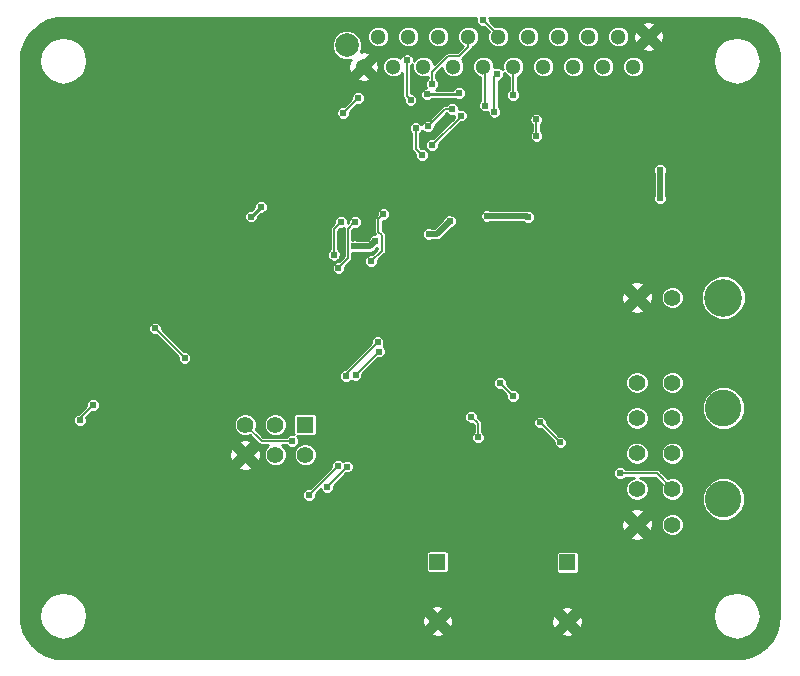
<source format=gbl>
G04 #@! TF.GenerationSoftware,KiCad,Pcbnew,5.0.0-fee4fd1~66~ubuntu16.04.1*
G04 #@! TF.CreationDate,2019-02-10T09:27:51-05:00*
G04 #@! TF.ProjectId,AIR_Control_Board,4149525F436F6E74726F6C5F426F6172,rev?*
G04 #@! TF.SameCoordinates,Original*
G04 #@! TF.FileFunction,Copper,L2,Bot,Signal*
G04 #@! TF.FilePolarity,Positive*
%FSLAX46Y46*%
G04 Gerber Fmt 4.6, Leading zero omitted, Abs format (unit mm)*
G04 Created by KiCad (PCBNEW 5.0.0-fee4fd1~66~ubuntu16.04.1) date Sun Feb 10 09:27:51 2019*
%MOMM*%
%LPD*%
G01*
G04 APERTURE LIST*
G04 #@! TA.AperFunction,ComponentPad*
%ADD10C,1.371600*%
G04 #@! TD*
G04 #@! TA.AperFunction,ComponentPad*
%ADD11R,1.371600X1.371600*%
G04 #@! TD*
G04 #@! TA.AperFunction,ComponentPad*
%ADD12C,1.400000*%
G04 #@! TD*
G04 #@! TA.AperFunction,ComponentPad*
%ADD13R,1.400000X1.400000*%
G04 #@! TD*
G04 #@! TA.AperFunction,ComponentPad*
%ADD14C,3.100000*%
G04 #@! TD*
G04 #@! TA.AperFunction,ComponentPad*
%ADD15C,1.420000*%
G04 #@! TD*
G04 #@! TA.AperFunction,ComponentPad*
%ADD16C,3.200000*%
G04 #@! TD*
G04 #@! TA.AperFunction,ComponentPad*
%ADD17C,1.300000*%
G04 #@! TD*
G04 #@! TA.AperFunction,ComponentPad*
%ADD18C,2.000000*%
G04 #@! TD*
G04 #@! TA.AperFunction,ViaPad*
%ADD19C,0.609600*%
G04 #@! TD*
G04 #@! TA.AperFunction,Conductor*
%ADD20C,0.152400*%
G04 #@! TD*
G04 #@! TA.AperFunction,Conductor*
%ADD21C,0.254000*%
G04 #@! TD*
G04 #@! TA.AperFunction,Conductor*
%ADD22C,0.508000*%
G04 #@! TD*
G04 APERTURE END LIST*
D10*
G04 #@! TO.P,C1,2*
G04 #@! TO.N,GND*
X170688000Y-134366000D03*
D11*
G04 #@! TO.P,C1,1*
G04 #@! TO.N,/Air+12V*
X170688000Y-129362200D03*
G04 #@! TD*
D10*
G04 #@! TO.P,C2,2*
G04 #@! TO.N,GND*
X159689800Y-134315200D03*
D11*
G04 #@! TO.P,C2,1*
G04 #@! TO.N,/Air+12V*
X159689800Y-129311400D03*
G04 #@! TD*
D12*
G04 #@! TO.P,J4,6*
G04 #@! TO.N,GND*
X143408400Y-120243600D03*
G04 #@! TO.P,J4,5*
G04 #@! TO.N,/RESET*
X143408400Y-117703600D03*
G04 #@! TO.P,J4,4*
G04 #@! TO.N,/MOSI*
X145948400Y-120243600D03*
G04 #@! TO.P,J4,3*
G04 #@! TO.N,/SCK*
X145948400Y-117703600D03*
G04 #@! TO.P,J4,2*
G04 #@! TO.N,VCC*
X148488400Y-120243600D03*
D13*
G04 #@! TO.P,J4,1*
G04 #@! TO.N,/MISO*
X148488400Y-117703600D03*
G04 #@! TD*
D14*
G04 #@! TO.P,J1,*
G04 #@! TO.N,*
X183896000Y-116292000D03*
D15*
G04 #@! TO.P,J1,1*
G04 #@! TO.N,/Air+12V*
X179576000Y-114132000D03*
G04 #@! TO.P,J1,2*
G04 #@! TO.N,/Precharge-*
X179576000Y-117132000D03*
D14*
G04 #@! TO.P,J1,*
G04 #@! TO.N,*
X183896000Y-123992000D03*
D15*
G04 #@! TO.P,J1,3*
G04 #@! TO.N,VCC*
X179576000Y-120132000D03*
G04 #@! TO.P,J1,4*
G04 #@! TO.N,/AIR+_Weld_Detect*
X179576000Y-123152000D03*
G04 #@! TO.P,J1,5*
G04 #@! TO.N,/Air+12V*
X179576000Y-126152000D03*
G04 #@! TO.P,J1,6*
G04 #@! TO.N,/Air+GND*
X176576000Y-114132000D03*
G04 #@! TO.P,J1,7*
G04 #@! TO.N,VCC*
X176576000Y-117132000D03*
G04 #@! TO.P,J1,8*
G04 #@! TO.N,/AIR-_Weld_Detect*
X176576000Y-120132000D03*
G04 #@! TO.P,J1,9*
G04 #@! TO.N,/Air+12V*
X176576000Y-123152000D03*
G04 #@! TO.P,J1,10*
G04 #@! TO.N,GND*
X176576000Y-126152000D03*
G04 #@! TD*
G04 #@! TO.P,J3,2*
G04 #@! TO.N,GND*
X176576000Y-106934000D03*
G04 #@! TO.P,J3,1*
G04 #@! TO.N,/Air+12V*
X179576000Y-106934000D03*
D16*
G04 #@! TO.P,J3,*
G04 #@! TO.N,*
X183896000Y-106934000D03*
G04 #@! TD*
D17*
G04 #@! TO.P,J2,5*
G04 #@! TO.N,VCC*
X158496000Y-87376000D03*
G04 #@! TO.P,J2,3*
G04 #@! TO.N,/CAN_P*
X155956000Y-87376000D03*
G04 #@! TO.P,J2,1*
G04 #@! TO.N,GND*
X153416000Y-87376000D03*
G04 #@! TO.P,J2,7*
G04 #@! TO.N,/MISO*
X161036000Y-87376000D03*
G04 #@! TO.P,J2,2*
G04 #@! TO.N,+12V*
X154686000Y-84836000D03*
G04 #@! TO.P,J2,4*
G04 #@! TO.N,/CAN_N*
X157226000Y-84836000D03*
G04 #@! TO.P,J2,6*
G04 #@! TO.N,/MOSI*
X159766000Y-84836000D03*
G04 #@! TO.P,J2,8*
G04 #@! TO.N,/SCK*
X162306000Y-84836000D03*
G04 #@! TO.P,J2,9*
G04 #@! TO.N,/RESET*
X163576000Y-87376000D03*
G04 #@! TO.P,J2,10*
G04 #@! TO.N,Net-(J2-Pad10)*
X164846000Y-84836000D03*
G04 #@! TO.P,J2,11*
G04 #@! TO.N,Net-(J2-Pad11)*
X166116000Y-87376000D03*
G04 #@! TO.P,J2,12*
G04 #@! TO.N,/IMD_Sense*
X167386000Y-84836000D03*
G04 #@! TO.P,J2,13*
G04 #@! TO.N,/BMS_Sense*
X168656000Y-87376000D03*
G04 #@! TO.P,J2,14*
G04 #@! TO.N,/ShutdownSense_BMS*
X169926000Y-84836000D03*
G04 #@! TO.P,J2,15*
G04 #@! TO.N,/ShutdownSense_IMD*
X171196000Y-87376000D03*
G04 #@! TO.P,J2,16*
G04 #@! TO.N,/ShutdownSense_HVD_Conn*
X172466000Y-84836000D03*
G04 #@! TO.P,J2,17*
G04 #@! TO.N,/ShutdownSense_MainPack*
X173736000Y-87376000D03*
G04 #@! TO.P,J2,18*
G04 #@! TO.N,VCC*
X175006000Y-84836000D03*
G04 #@! TO.P,J2,19*
G04 #@! TO.N,/Cooling_Pressure_Sense*
X176276000Y-87376000D03*
G04 #@! TO.P,J2,20*
G04 #@! TO.N,GND*
X177546000Y-84836000D03*
D18*
G04 #@! TO.P,J2,21*
G04 #@! TO.N,N/C*
X152016000Y-85576000D03*
G04 #@! TD*
D19*
G04 #@! TO.N,GND*
X154940000Y-95859600D03*
X166166800Y-95554800D03*
X162407600Y-97942400D03*
X180289200Y-93065600D03*
X187198000Y-98044000D03*
X187147200Y-101041200D03*
X149250400Y-105257600D03*
X146558000Y-110236000D03*
X167284400Y-111709200D03*
X169164000Y-110591600D03*
X166573200Y-106324400D03*
X171196000Y-92913200D03*
X174498000Y-98094800D03*
X127584200Y-96799400D03*
X139115800Y-104952800D03*
X139115800Y-106273600D03*
X139128500Y-107708700D03*
X138874500Y-109194600D03*
X139115800Y-103835200D03*
X131724400Y-117119400D03*
X138353800Y-93573600D03*
X138861800Y-92303600D03*
X139674600Y-93370400D03*
X140411200Y-92278200D03*
X125984000Y-92100400D03*
X161264600Y-124510800D03*
X168046400Y-123748800D03*
X173685200Y-120700800D03*
X139039600Y-98806000D03*
X151714200Y-98044000D03*
X156692600Y-107264200D03*
X157556200Y-102057200D03*
X159905700Y-115989100D03*
X133972300Y-133235700D03*
X137820400Y-133134100D03*
X168313100Y-115570000D03*
X167906700Y-121653300D03*
G04 #@! TO.N,VCC*
X143916400Y-100076000D03*
X144754600Y-99237800D03*
X158953200Y-101561900D03*
X160731200Y-100469700D03*
X158813500Y-89738200D03*
X161493200Y-89636600D03*
X152654000Y-102590600D03*
X154434317Y-102156483D03*
X163918900Y-100037900D03*
X167347900Y-100088700D03*
X178520445Y-98510445D03*
X178511200Y-96164400D03*
G04 #@! TO.N,/MISO*
X154779538Y-111510638D03*
X152760238Y-113529938D03*
G04 #@! TO.N,/MOSI*
X154622500Y-110718600D03*
X151942800Y-113563400D03*
G04 #@! TO.N,/SCK*
X159232600Y-88849200D03*
X151511000Y-100558600D03*
X150931905Y-103301800D03*
G04 #@! TO.N,/RESET*
X168071800Y-93281500D03*
X168069223Y-91861600D03*
X163677600Y-90678000D03*
X147410401Y-119100600D03*
G04 #@! TO.N,/P_LED_1*
X151269700Y-121196100D03*
X148831300Y-123647200D03*
G04 #@! TO.N,/P_LED_2*
X152057100Y-121246900D03*
X150368000Y-122974100D03*
G04 #@! TO.N,Net-(C10-Pad1)*
X135763000Y-109550200D03*
X138277600Y-112064800D03*
G04 #@! TO.N,/RJ45_LED1*
X154074879Y-103874821D03*
X155117800Y-99860100D03*
G04 #@! TO.N,/RJ45_LED2*
X151313551Y-104412493D03*
X152742900Y-100558600D03*
G04 #@! TO.N,/AIR+_Weld_Detect*
X175158400Y-121818400D03*
X162560000Y-117017800D03*
X163118800Y-118783100D03*
G04 #@! TO.N,/AIR-_Weld_Detect*
X164960300Y-114150100D03*
X166103300Y-115290600D03*
X168402000Y-117513100D03*
X170103800Y-119202200D03*
G04 #@! TO.N,Net-(J2-Pad10)*
X158364804Y-94890204D03*
X157835600Y-92595700D03*
X157416500Y-90195400D03*
X157086300Y-86855300D03*
X163537900Y-83426300D03*
G04 #@! TO.N,Net-(J2-Pad11)*
X159255689Y-94043500D03*
X161663327Y-91523624D03*
X166116000Y-89809320D03*
G04 #@! TO.N,/IMD_Sense*
X164515800Y-91198700D03*
X164757100Y-87985600D03*
G04 #@! TO.N,/BMS_Sense*
X158861779Y-92453479D03*
X160932109Y-90964029D03*
G04 #@! TO.N,/ShutdownSense_BMS*
X151726900Y-91287600D03*
X152996900Y-90030300D03*
G04 #@! TO.N,Net-(R25-Pad1)*
X130505200Y-116027200D03*
X129438400Y-117322600D03*
G04 #@! TD*
D20*
G04 #@! TO.N,GND*
X152018252Y-97891600D02*
X152119852Y-97993200D01*
X151587200Y-97891600D02*
X152018252Y-97891600D01*
X139115800Y-104952800D02*
X139115800Y-105383852D01*
X139115800Y-104952800D02*
X139115800Y-106273600D01*
X139115800Y-108915200D02*
X138861800Y-109169200D01*
X139115800Y-107873800D02*
X139115800Y-108915200D01*
X138353800Y-92811600D02*
X138861800Y-92303600D01*
X138353800Y-93573600D02*
X138353800Y-92811600D01*
X139674600Y-93014800D02*
X140411200Y-92278200D01*
X139674600Y-93370400D02*
X139674600Y-93014800D01*
X151511000Y-103403400D02*
X151434800Y-103479600D01*
X170002201Y-133680201D02*
X170688000Y-134366000D01*
X160375599Y-133629401D02*
X169951401Y-133629401D01*
X159689800Y-134315200D02*
X160375599Y-133629401D01*
X169951401Y-133629401D02*
X170002201Y-133680201D01*
D21*
G04 #@! TO.N,VCC*
X143916400Y-100076000D02*
X144754600Y-99237800D01*
D22*
X159639000Y-101561900D02*
X160731200Y-100469700D01*
X158953200Y-101561900D02*
X159639000Y-101561900D01*
D21*
X161391600Y-89738200D02*
X161493200Y-89636600D01*
X158813500Y-89738200D02*
X161391600Y-89738200D01*
D22*
X154000200Y-102590600D02*
X154434317Y-102156483D01*
X152654000Y-102590600D02*
X154000200Y-102590600D01*
X167297100Y-100037900D02*
X167347900Y-100088700D01*
X163918900Y-100037900D02*
X167297100Y-100037900D01*
X178520445Y-96173645D02*
X178511200Y-96164400D01*
X178520445Y-98510445D02*
X178520445Y-96173645D01*
D20*
G04 #@! TO.N,/MISO*
X154779538Y-111510638D02*
X152760238Y-113529938D01*
G04 #@! TO.N,/MOSI*
X151942800Y-113398300D02*
X151942800Y-113563400D01*
X154622500Y-110718600D02*
X151942800Y-113398300D01*
G04 #@! TO.N,/SCK*
X159232600Y-87879070D02*
X159232600Y-88849200D01*
X162306000Y-85725000D02*
X161533601Y-86497399D01*
X160614271Y-86497399D02*
X159232600Y-87879070D01*
X162306000Y-84836000D02*
X162306000Y-85725000D01*
X161533601Y-86497399D02*
X160614271Y-86497399D01*
X150931905Y-101137695D02*
X151511000Y-100558600D01*
X150931905Y-103301800D02*
X150931905Y-101137695D01*
G04 #@! TO.N,/RESET*
X168071800Y-91864177D02*
X168069223Y-91861600D01*
X168071800Y-93281500D02*
X168071800Y-91864177D01*
X163677600Y-87477600D02*
X163576000Y-87376000D01*
X163677600Y-90678000D02*
X163677600Y-87477600D01*
X144805400Y-119100600D02*
X143408400Y-117703600D01*
X147410401Y-119100600D02*
X144805400Y-119100600D01*
G04 #@! TO.N,/P_LED_1*
X148831300Y-123634500D02*
X148831300Y-123647200D01*
X151269700Y-121196100D02*
X148831300Y-123634500D01*
G04 #@! TO.N,/P_LED_2*
X150368000Y-122936000D02*
X150368000Y-122974100D01*
X152057100Y-121246900D02*
X150368000Y-122936000D01*
G04 #@! TO.N,Net-(C10-Pad1)*
X135763000Y-109550200D02*
X138277600Y-112064800D01*
G04 #@! TO.N,/RJ45_LED1*
X154967718Y-101627718D02*
X154698700Y-101358700D01*
X154967718Y-102981982D02*
X154967718Y-101627718D01*
X154074879Y-103874821D02*
X154967718Y-102981982D01*
X154698700Y-100279200D02*
X155117800Y-99860100D01*
X154698700Y-101358700D02*
X154698700Y-100279200D01*
G04 #@! TO.N,/RJ45_LED2*
X152120599Y-103605445D02*
X152120599Y-101104701D01*
X151313551Y-104412493D02*
X152120599Y-103605445D01*
X152666700Y-100558600D02*
X152742900Y-100558600D01*
X152120599Y-101104701D02*
X152666700Y-100558600D01*
G04 #@! TO.N,/AIR+_Weld_Detect*
X178242400Y-121818400D02*
X179576000Y-123152000D01*
X175158400Y-121818400D02*
X178242400Y-121818400D01*
X163118800Y-117576600D02*
X163118800Y-118783100D01*
X162560000Y-117017800D02*
X163118800Y-117576600D01*
G04 #@! TO.N,/AIR-_Weld_Detect*
X166100800Y-115290600D02*
X166103300Y-115290600D01*
X164960300Y-114150100D02*
X166100800Y-115290600D01*
X170091100Y-119202200D02*
X170103800Y-119202200D01*
X168402000Y-117513100D02*
X170091100Y-119202200D01*
G04 #@! TO.N,Net-(J2-Pad10)*
X157835600Y-94361000D02*
X157835600Y-92595700D01*
X158364804Y-94890204D02*
X157835600Y-94361000D01*
X157086300Y-89865200D02*
X157086300Y-86855300D01*
X157416500Y-90195400D02*
X157086300Y-89865200D01*
X164846000Y-84734400D02*
X164846000Y-84836000D01*
X163537900Y-83426300D02*
X164846000Y-84734400D01*
G04 #@! TO.N,Net-(J2-Pad11)*
X161663327Y-91635862D02*
X161663327Y-91523624D01*
X159255689Y-94043500D02*
X161663327Y-91635862D01*
X166116000Y-89719896D02*
X166116000Y-89809320D01*
X166116000Y-89809320D02*
X166116000Y-87376000D01*
G04 #@! TO.N,/IMD_Sense*
X164515800Y-88226900D02*
X164757100Y-87985600D01*
X164515800Y-91198700D02*
X164515800Y-88226900D01*
G04 #@! TO.N,/BMS_Sense*
X160351229Y-90964029D02*
X160932109Y-90964029D01*
X158861779Y-92453479D02*
X160351229Y-90964029D01*
G04 #@! TO.N,/ShutdownSense_BMS*
X152984200Y-90030300D02*
X152996900Y-90030300D01*
X151726900Y-91287600D02*
X152984200Y-90030300D01*
G04 #@! TO.N,Net-(R25-Pad1)*
X129438400Y-117094000D02*
X129438400Y-117322600D01*
X130505200Y-116027200D02*
X129438400Y-117094000D01*
G04 #@! TD*
D21*
G04 #@! TO.N,GND*
G36*
X162953700Y-83310095D02*
X162953700Y-83542505D01*
X163042639Y-83757223D01*
X163206977Y-83921561D01*
X163421695Y-84010500D01*
X163619206Y-84010500D01*
X164017132Y-84408426D01*
X163916600Y-84651131D01*
X163916600Y-85020869D01*
X164058093Y-85362463D01*
X164319537Y-85623907D01*
X164661131Y-85765400D01*
X165030869Y-85765400D01*
X165372463Y-85623907D01*
X165633907Y-85362463D01*
X165775400Y-85020869D01*
X165775400Y-84651131D01*
X166456600Y-84651131D01*
X166456600Y-85020869D01*
X166598093Y-85362463D01*
X166859537Y-85623907D01*
X167201131Y-85765400D01*
X167570869Y-85765400D01*
X167912463Y-85623907D01*
X168173907Y-85362463D01*
X168315400Y-85020869D01*
X168315400Y-84651131D01*
X168996600Y-84651131D01*
X168996600Y-85020869D01*
X169138093Y-85362463D01*
X169399537Y-85623907D01*
X169741131Y-85765400D01*
X170110869Y-85765400D01*
X170452463Y-85623907D01*
X170713907Y-85362463D01*
X170855400Y-85020869D01*
X170855400Y-84651131D01*
X171536600Y-84651131D01*
X171536600Y-85020869D01*
X171678093Y-85362463D01*
X171939537Y-85623907D01*
X172281131Y-85765400D01*
X172650869Y-85765400D01*
X172992463Y-85623907D01*
X173253907Y-85362463D01*
X173395400Y-85020869D01*
X173395400Y-84651131D01*
X174076600Y-84651131D01*
X174076600Y-85020869D01*
X174218093Y-85362463D01*
X174479537Y-85623907D01*
X174821131Y-85765400D01*
X175190869Y-85765400D01*
X175532463Y-85623907D01*
X175793907Y-85362463D01*
X175935400Y-85020869D01*
X175935400Y-84855725D01*
X176235972Y-84855725D01*
X176328144Y-85319102D01*
X176535116Y-85387265D01*
X177086381Y-84836000D01*
X178005619Y-84836000D01*
X178556884Y-85387265D01*
X178763856Y-85319102D01*
X178856028Y-84816275D01*
X178763856Y-84352898D01*
X178556884Y-84284735D01*
X178005619Y-84836000D01*
X177086381Y-84836000D01*
X176535116Y-84284735D01*
X176328144Y-84352898D01*
X176235972Y-84855725D01*
X175935400Y-84855725D01*
X175935400Y-84651131D01*
X175793907Y-84309537D01*
X175532463Y-84048093D01*
X175190869Y-83906600D01*
X174821131Y-83906600D01*
X174479537Y-84048093D01*
X174218093Y-84309537D01*
X174076600Y-84651131D01*
X173395400Y-84651131D01*
X173253907Y-84309537D01*
X172992463Y-84048093D01*
X172650869Y-83906600D01*
X172281131Y-83906600D01*
X171939537Y-84048093D01*
X171678093Y-84309537D01*
X171536600Y-84651131D01*
X170855400Y-84651131D01*
X170713907Y-84309537D01*
X170452463Y-84048093D01*
X170110869Y-83906600D01*
X169741131Y-83906600D01*
X169399537Y-84048093D01*
X169138093Y-84309537D01*
X168996600Y-84651131D01*
X168315400Y-84651131D01*
X168173907Y-84309537D01*
X167912463Y-84048093D01*
X167570869Y-83906600D01*
X167201131Y-83906600D01*
X166859537Y-84048093D01*
X166598093Y-84309537D01*
X166456600Y-84651131D01*
X165775400Y-84651131D01*
X165633907Y-84309537D01*
X165372463Y-84048093D01*
X165030869Y-83906600D01*
X164661131Y-83906600D01*
X164562110Y-83947616D01*
X164439610Y-83825116D01*
X176994735Y-83825116D01*
X177546000Y-84376381D01*
X178097265Y-83825116D01*
X178029102Y-83618144D01*
X177526275Y-83525972D01*
X177062898Y-83618144D01*
X176994735Y-83825116D01*
X164439610Y-83825116D01*
X164122100Y-83507606D01*
X164122100Y-83310095D01*
X164096131Y-83247400D01*
X184996778Y-83247400D01*
X185743630Y-83323262D01*
X186441537Y-83541973D01*
X187081212Y-83896550D01*
X187636521Y-84372508D01*
X188084787Y-84950410D01*
X188407694Y-85606642D01*
X188593230Y-86318926D01*
X188636600Y-86882577D01*
X188636601Y-133848768D01*
X188560738Y-134595629D01*
X188342027Y-135293536D01*
X187987450Y-135933210D01*
X187511491Y-136488521D01*
X186933590Y-136936787D01*
X186277360Y-137259693D01*
X185565075Y-137445230D01*
X185001423Y-137488600D01*
X128035222Y-137488600D01*
X127288371Y-137412738D01*
X126590464Y-137194027D01*
X125950790Y-136839450D01*
X125395479Y-136363491D01*
X124947213Y-135785590D01*
X124624307Y-135129360D01*
X124438770Y-134417075D01*
X124396522Y-133868000D01*
X125984650Y-133868000D01*
X126084071Y-134495722D01*
X126372603Y-135061998D01*
X126822002Y-135511397D01*
X127388278Y-135799929D01*
X128016000Y-135899350D01*
X128643722Y-135799929D01*
X129209998Y-135511397D01*
X129359493Y-135361902D01*
X159128032Y-135361902D01*
X159201746Y-135570325D01*
X159719212Y-135661555D01*
X160177854Y-135570325D01*
X160233601Y-135412702D01*
X170126232Y-135412702D01*
X170199946Y-135621125D01*
X170717412Y-135712355D01*
X171176054Y-135621125D01*
X171249768Y-135412702D01*
X170688000Y-134850934D01*
X170126232Y-135412702D01*
X160233601Y-135412702D01*
X160251568Y-135361902D01*
X159689800Y-134800134D01*
X159128032Y-135361902D01*
X129359493Y-135361902D01*
X129659397Y-135061998D01*
X129947929Y-134495722D01*
X129971862Y-134344612D01*
X158343445Y-134344612D01*
X158434675Y-134803254D01*
X158643098Y-134876968D01*
X159204866Y-134315200D01*
X160174734Y-134315200D01*
X160736502Y-134876968D01*
X160944925Y-134803254D01*
X161016828Y-134395412D01*
X169341645Y-134395412D01*
X169432875Y-134854054D01*
X169641298Y-134927768D01*
X170203066Y-134366000D01*
X171172934Y-134366000D01*
X171734702Y-134927768D01*
X171943125Y-134854054D01*
X172034355Y-134336588D01*
X171943125Y-133877946D01*
X171915004Y-133868000D01*
X182984650Y-133868000D01*
X183084071Y-134495722D01*
X183372603Y-135061998D01*
X183822002Y-135511397D01*
X184388278Y-135799929D01*
X185016000Y-135899350D01*
X185643722Y-135799929D01*
X186209998Y-135511397D01*
X186659397Y-135061998D01*
X186947929Y-134495722D01*
X187047350Y-133868000D01*
X186947929Y-133240278D01*
X186659397Y-132674002D01*
X186209998Y-132224603D01*
X185643722Y-131936071D01*
X185016000Y-131836650D01*
X184388278Y-131936071D01*
X183822002Y-132224603D01*
X183372603Y-132674002D01*
X183084071Y-133240278D01*
X182984650Y-133868000D01*
X171915004Y-133868000D01*
X171734702Y-133804232D01*
X171172934Y-134366000D01*
X170203066Y-134366000D01*
X169641298Y-133804232D01*
X169432875Y-133877946D01*
X169341645Y-134395412D01*
X161016828Y-134395412D01*
X161036155Y-134285788D01*
X160944925Y-133827146D01*
X160736502Y-133753432D01*
X160174734Y-134315200D01*
X159204866Y-134315200D01*
X158643098Y-133753432D01*
X158434675Y-133827146D01*
X158343445Y-134344612D01*
X129971862Y-134344612D01*
X130047350Y-133868000D01*
X129952399Y-133268498D01*
X159128032Y-133268498D01*
X159689800Y-133830266D01*
X160200768Y-133319298D01*
X170126232Y-133319298D01*
X170688000Y-133881066D01*
X171249768Y-133319298D01*
X171176054Y-133110875D01*
X170658588Y-133019645D01*
X170199946Y-133110875D01*
X170126232Y-133319298D01*
X160200768Y-133319298D01*
X160251568Y-133268498D01*
X160177854Y-133060075D01*
X159660388Y-132968845D01*
X159201746Y-133060075D01*
X159128032Y-133268498D01*
X129952399Y-133268498D01*
X129947929Y-133240278D01*
X129659397Y-132674002D01*
X129209998Y-132224603D01*
X128643722Y-131936071D01*
X128016000Y-131836650D01*
X127388278Y-131936071D01*
X126822002Y-132224603D01*
X126372603Y-132674002D01*
X126084071Y-133240278D01*
X125984650Y-133868000D01*
X124396522Y-133868000D01*
X124395400Y-133853423D01*
X124395400Y-128625600D01*
X158719127Y-128625600D01*
X158719127Y-129997200D01*
X158740812Y-130106216D01*
X158802564Y-130198636D01*
X158894984Y-130260388D01*
X159004000Y-130282073D01*
X160375600Y-130282073D01*
X160484616Y-130260388D01*
X160577036Y-130198636D01*
X160638788Y-130106216D01*
X160660473Y-129997200D01*
X160660473Y-128676400D01*
X169717327Y-128676400D01*
X169717327Y-130048000D01*
X169739012Y-130157016D01*
X169800764Y-130249436D01*
X169893184Y-130311188D01*
X170002200Y-130332873D01*
X171373800Y-130332873D01*
X171482816Y-130311188D01*
X171575236Y-130249436D01*
X171636988Y-130157016D01*
X171658673Y-130048000D01*
X171658673Y-128676400D01*
X171636988Y-128567384D01*
X171575236Y-128474964D01*
X171482816Y-128413212D01*
X171373800Y-128391527D01*
X170002200Y-128391527D01*
X169893184Y-128413212D01*
X169800764Y-128474964D01*
X169739012Y-128567384D01*
X169717327Y-128676400D01*
X160660473Y-128676400D01*
X160660473Y-128625600D01*
X160638788Y-128516584D01*
X160577036Y-128424164D01*
X160484616Y-128362412D01*
X160375600Y-128340727D01*
X159004000Y-128340727D01*
X158894984Y-128362412D01*
X158802564Y-128424164D01*
X158740812Y-128516584D01*
X158719127Y-128625600D01*
X124395400Y-128625600D01*
X124395400Y-127222893D01*
X176007153Y-127222893D01*
X176084618Y-127432291D01*
X176611968Y-127522879D01*
X177067382Y-127432291D01*
X177144847Y-127222893D01*
X176576000Y-126654046D01*
X176007153Y-127222893D01*
X124395400Y-127222893D01*
X124395400Y-126187968D01*
X175205121Y-126187968D01*
X175295709Y-126643382D01*
X175505107Y-126720847D01*
X176073954Y-126152000D01*
X177078046Y-126152000D01*
X177646893Y-126720847D01*
X177856291Y-126643382D01*
X177946879Y-126116032D01*
X177914887Y-125955196D01*
X178586600Y-125955196D01*
X178586600Y-126348804D01*
X178737228Y-126712450D01*
X179015550Y-126990772D01*
X179379196Y-127141400D01*
X179772804Y-127141400D01*
X180136450Y-126990772D01*
X180414772Y-126712450D01*
X180565400Y-126348804D01*
X180565400Y-125955196D01*
X180414772Y-125591550D01*
X180136450Y-125313228D01*
X179772804Y-125162600D01*
X179379196Y-125162600D01*
X179015550Y-125313228D01*
X178737228Y-125591550D01*
X178586600Y-125955196D01*
X177914887Y-125955196D01*
X177856291Y-125660618D01*
X177646893Y-125583153D01*
X177078046Y-126152000D01*
X176073954Y-126152000D01*
X175505107Y-125583153D01*
X175295709Y-125660618D01*
X175205121Y-126187968D01*
X124395400Y-126187968D01*
X124395400Y-125081107D01*
X176007153Y-125081107D01*
X176576000Y-125649954D01*
X177144847Y-125081107D01*
X177067382Y-124871709D01*
X176540032Y-124781121D01*
X176084618Y-124871709D01*
X176007153Y-125081107D01*
X124395400Y-125081107D01*
X124395400Y-123530995D01*
X148247100Y-123530995D01*
X148247100Y-123763405D01*
X148336039Y-123978123D01*
X148500377Y-124142461D01*
X148715095Y-124231400D01*
X148947505Y-124231400D01*
X149162223Y-124142461D01*
X149326561Y-123978123D01*
X149415500Y-123763405D01*
X149415500Y-123553194D01*
X149811504Y-123157190D01*
X149872739Y-123305023D01*
X150037077Y-123469361D01*
X150251795Y-123558300D01*
X150484205Y-123558300D01*
X150698923Y-123469361D01*
X150863261Y-123305023D01*
X150952200Y-123090305D01*
X150952200Y-122857895D01*
X150951262Y-122855632D01*
X151975794Y-121831100D01*
X152173305Y-121831100D01*
X152388023Y-121742161D01*
X152427989Y-121702195D01*
X174574200Y-121702195D01*
X174574200Y-121934605D01*
X174663139Y-122149323D01*
X174827477Y-122313661D01*
X175042195Y-122402600D01*
X175274605Y-122402600D01*
X175489323Y-122313661D01*
X175628984Y-122174000D01*
X176351674Y-122174000D01*
X176015550Y-122313228D01*
X175737228Y-122591550D01*
X175586600Y-122955196D01*
X175586600Y-123348804D01*
X175737228Y-123712450D01*
X176015550Y-123990772D01*
X176379196Y-124141400D01*
X176772804Y-124141400D01*
X177136450Y-123990772D01*
X177414772Y-123712450D01*
X177565400Y-123348804D01*
X177565400Y-122955196D01*
X177414772Y-122591550D01*
X177136450Y-122313228D01*
X176800326Y-122174000D01*
X178095106Y-122174000D01*
X178671452Y-122750346D01*
X178586600Y-122955196D01*
X178586600Y-123348804D01*
X178737228Y-123712450D01*
X179015550Y-123990772D01*
X179379196Y-124141400D01*
X179772804Y-124141400D01*
X180136450Y-123990772D01*
X180414772Y-123712450D01*
X180449706Y-123628110D01*
X182066600Y-123628110D01*
X182066600Y-124355890D01*
X182345110Y-125028272D01*
X182859728Y-125542890D01*
X183532110Y-125821400D01*
X184259890Y-125821400D01*
X184932272Y-125542890D01*
X185446890Y-125028272D01*
X185725400Y-124355890D01*
X185725400Y-123628110D01*
X185446890Y-122955728D01*
X184932272Y-122441110D01*
X184259890Y-122162600D01*
X183532110Y-122162600D01*
X182859728Y-122441110D01*
X182345110Y-122955728D01*
X182066600Y-123628110D01*
X180449706Y-123628110D01*
X180565400Y-123348804D01*
X180565400Y-122955196D01*
X180414772Y-122591550D01*
X180136450Y-122313228D01*
X179772804Y-122162600D01*
X179379196Y-122162600D01*
X179174346Y-122247452D01*
X178518611Y-121591717D01*
X178498773Y-121562027D01*
X178381148Y-121483433D01*
X178277420Y-121462800D01*
X178242400Y-121455834D01*
X178207380Y-121462800D01*
X175628984Y-121462800D01*
X175489323Y-121323139D01*
X175274605Y-121234200D01*
X175042195Y-121234200D01*
X174827477Y-121323139D01*
X174663139Y-121487477D01*
X174574200Y-121702195D01*
X152427989Y-121702195D01*
X152552361Y-121577823D01*
X152641300Y-121363105D01*
X152641300Y-121130695D01*
X152552361Y-120915977D01*
X152388023Y-120751639D01*
X152173305Y-120662700D01*
X151940895Y-120662700D01*
X151726177Y-120751639D01*
X151688800Y-120789016D01*
X151600623Y-120700839D01*
X151385905Y-120611900D01*
X151153495Y-120611900D01*
X150938777Y-120700839D01*
X150774439Y-120865177D01*
X150685500Y-121079895D01*
X150685500Y-121277406D01*
X148899906Y-123063000D01*
X148715095Y-123063000D01*
X148500377Y-123151939D01*
X148336039Y-123316277D01*
X148247100Y-123530995D01*
X124395400Y-123530995D01*
X124395400Y-121304498D01*
X142842476Y-121304498D01*
X142918392Y-121513494D01*
X143441659Y-121604348D01*
X143898408Y-121513494D01*
X143974324Y-121304498D01*
X143408400Y-120738575D01*
X142842476Y-121304498D01*
X124395400Y-121304498D01*
X124395400Y-120276859D01*
X142047652Y-120276859D01*
X142138506Y-120733608D01*
X142347502Y-120809524D01*
X142913425Y-120243600D01*
X143903375Y-120243600D01*
X144469298Y-120809524D01*
X144678294Y-120733608D01*
X144769148Y-120210341D01*
X144678294Y-119753592D01*
X144469298Y-119677676D01*
X143903375Y-120243600D01*
X142913425Y-120243600D01*
X142347502Y-119677676D01*
X142138506Y-119753592D01*
X142047652Y-120276859D01*
X124395400Y-120276859D01*
X124395400Y-119182702D01*
X142842476Y-119182702D01*
X143408400Y-119748625D01*
X143974324Y-119182702D01*
X143898408Y-118973706D01*
X143375141Y-118882852D01*
X142918392Y-118973706D01*
X142842476Y-119182702D01*
X124395400Y-119182702D01*
X124395400Y-117206395D01*
X128854200Y-117206395D01*
X128854200Y-117438805D01*
X128943139Y-117653523D01*
X129107477Y-117817861D01*
X129322195Y-117906800D01*
X129554605Y-117906800D01*
X129769323Y-117817861D01*
X129933661Y-117653523D01*
X129993613Y-117508785D01*
X142429000Y-117508785D01*
X142429000Y-117898415D01*
X142578104Y-118258386D01*
X142853614Y-118533896D01*
X143213585Y-118683000D01*
X143603215Y-118683000D01*
X143802401Y-118600495D01*
X144529189Y-119327283D01*
X144549027Y-119356973D01*
X144666652Y-119435567D01*
X144770380Y-119456200D01*
X144770384Y-119456200D01*
X144805399Y-119463165D01*
X144840414Y-119456200D01*
X145350718Y-119456200D01*
X145118104Y-119688814D01*
X144969000Y-120048785D01*
X144969000Y-120438415D01*
X145118104Y-120798386D01*
X145393614Y-121073896D01*
X145753585Y-121223000D01*
X146143215Y-121223000D01*
X146503186Y-121073896D01*
X146778696Y-120798386D01*
X146927800Y-120438415D01*
X146927800Y-120048785D01*
X147509000Y-120048785D01*
X147509000Y-120438415D01*
X147658104Y-120798386D01*
X147933614Y-121073896D01*
X148293585Y-121223000D01*
X148683215Y-121223000D01*
X149043186Y-121073896D01*
X149318696Y-120798386D01*
X149467800Y-120438415D01*
X149467800Y-120048785D01*
X149420751Y-119935196D01*
X175586600Y-119935196D01*
X175586600Y-120328804D01*
X175737228Y-120692450D01*
X176015550Y-120970772D01*
X176379196Y-121121400D01*
X176772804Y-121121400D01*
X177136450Y-120970772D01*
X177414772Y-120692450D01*
X177565400Y-120328804D01*
X177565400Y-119935196D01*
X178586600Y-119935196D01*
X178586600Y-120328804D01*
X178737228Y-120692450D01*
X179015550Y-120970772D01*
X179379196Y-121121400D01*
X179772804Y-121121400D01*
X180136450Y-120970772D01*
X180414772Y-120692450D01*
X180565400Y-120328804D01*
X180565400Y-119935196D01*
X180414772Y-119571550D01*
X180136450Y-119293228D01*
X179772804Y-119142600D01*
X179379196Y-119142600D01*
X179015550Y-119293228D01*
X178737228Y-119571550D01*
X178586600Y-119935196D01*
X177565400Y-119935196D01*
X177414772Y-119571550D01*
X177136450Y-119293228D01*
X176772804Y-119142600D01*
X176379196Y-119142600D01*
X176015550Y-119293228D01*
X175737228Y-119571550D01*
X175586600Y-119935196D01*
X149420751Y-119935196D01*
X149318696Y-119688814D01*
X149043186Y-119413304D01*
X148683215Y-119264200D01*
X148293585Y-119264200D01*
X147933614Y-119413304D01*
X147658104Y-119688814D01*
X147509000Y-120048785D01*
X146927800Y-120048785D01*
X146778696Y-119688814D01*
X146546082Y-119456200D01*
X146939817Y-119456200D01*
X147079478Y-119595861D01*
X147294196Y-119684800D01*
X147526606Y-119684800D01*
X147741324Y-119595861D01*
X147905662Y-119431523D01*
X147994601Y-119216805D01*
X147994601Y-118984395D01*
X147905662Y-118769677D01*
X147824458Y-118688473D01*
X149188400Y-118688473D01*
X149297416Y-118666788D01*
X149389836Y-118605036D01*
X149451588Y-118512616D01*
X149473273Y-118403600D01*
X149473273Y-117003600D01*
X149452983Y-116901595D01*
X161975800Y-116901595D01*
X161975800Y-117134005D01*
X162064739Y-117348723D01*
X162229077Y-117513061D01*
X162443795Y-117602000D01*
X162641306Y-117602000D01*
X162763200Y-117723894D01*
X162763201Y-118312515D01*
X162623539Y-118452177D01*
X162534600Y-118666895D01*
X162534600Y-118899305D01*
X162623539Y-119114023D01*
X162787877Y-119278361D01*
X163002595Y-119367300D01*
X163235005Y-119367300D01*
X163449723Y-119278361D01*
X163614061Y-119114023D01*
X163703000Y-118899305D01*
X163703000Y-118666895D01*
X163614061Y-118452177D01*
X163474400Y-118312516D01*
X163474400Y-117611620D01*
X163481366Y-117576600D01*
X163453767Y-117437852D01*
X163426401Y-117396895D01*
X167817800Y-117396895D01*
X167817800Y-117629305D01*
X167906739Y-117844023D01*
X168071077Y-118008361D01*
X168285795Y-118097300D01*
X168483306Y-118097300D01*
X169519600Y-119133594D01*
X169519600Y-119318405D01*
X169608539Y-119533123D01*
X169772877Y-119697461D01*
X169987595Y-119786400D01*
X170220005Y-119786400D01*
X170434723Y-119697461D01*
X170599061Y-119533123D01*
X170688000Y-119318405D01*
X170688000Y-119085995D01*
X170599061Y-118871277D01*
X170434723Y-118706939D01*
X170220005Y-118618000D01*
X170009794Y-118618000D01*
X168986200Y-117594406D01*
X168986200Y-117396895D01*
X168897261Y-117182177D01*
X168732923Y-117017839D01*
X168533405Y-116935196D01*
X175586600Y-116935196D01*
X175586600Y-117328804D01*
X175737228Y-117692450D01*
X176015550Y-117970772D01*
X176379196Y-118121400D01*
X176772804Y-118121400D01*
X177136450Y-117970772D01*
X177414772Y-117692450D01*
X177565400Y-117328804D01*
X177565400Y-116935196D01*
X178586600Y-116935196D01*
X178586600Y-117328804D01*
X178737228Y-117692450D01*
X179015550Y-117970772D01*
X179379196Y-118121400D01*
X179772804Y-118121400D01*
X180136450Y-117970772D01*
X180414772Y-117692450D01*
X180565400Y-117328804D01*
X180565400Y-116935196D01*
X180414772Y-116571550D01*
X180136450Y-116293228D01*
X179772804Y-116142600D01*
X179379196Y-116142600D01*
X179015550Y-116293228D01*
X178737228Y-116571550D01*
X178586600Y-116935196D01*
X177565400Y-116935196D01*
X177414772Y-116571550D01*
X177136450Y-116293228D01*
X176772804Y-116142600D01*
X176379196Y-116142600D01*
X176015550Y-116293228D01*
X175737228Y-116571550D01*
X175586600Y-116935196D01*
X168533405Y-116935196D01*
X168518205Y-116928900D01*
X168285795Y-116928900D01*
X168071077Y-117017839D01*
X167906739Y-117182177D01*
X167817800Y-117396895D01*
X163426401Y-117396895D01*
X163395010Y-117349916D01*
X163395009Y-117349915D01*
X163375172Y-117320227D01*
X163345485Y-117300391D01*
X163144200Y-117099106D01*
X163144200Y-116901595D01*
X163055261Y-116686877D01*
X162890923Y-116522539D01*
X162676205Y-116433600D01*
X162443795Y-116433600D01*
X162229077Y-116522539D01*
X162064739Y-116686877D01*
X161975800Y-116901595D01*
X149452983Y-116901595D01*
X149451588Y-116894584D01*
X149389836Y-116802164D01*
X149297416Y-116740412D01*
X149188400Y-116718727D01*
X147788400Y-116718727D01*
X147679384Y-116740412D01*
X147586964Y-116802164D01*
X147525212Y-116894584D01*
X147503527Y-117003600D01*
X147503527Y-118403600D01*
X147525212Y-118512616D01*
X147528174Y-118517050D01*
X147526606Y-118516400D01*
X147294196Y-118516400D01*
X147079478Y-118605339D01*
X146939817Y-118745000D01*
X144952694Y-118745000D01*
X144305295Y-118097601D01*
X144387800Y-117898415D01*
X144387800Y-117508785D01*
X144969000Y-117508785D01*
X144969000Y-117898415D01*
X145118104Y-118258386D01*
X145393614Y-118533896D01*
X145753585Y-118683000D01*
X146143215Y-118683000D01*
X146503186Y-118533896D01*
X146778696Y-118258386D01*
X146927800Y-117898415D01*
X146927800Y-117508785D01*
X146778696Y-117148814D01*
X146503186Y-116873304D01*
X146143215Y-116724200D01*
X145753585Y-116724200D01*
X145393614Y-116873304D01*
X145118104Y-117148814D01*
X144969000Y-117508785D01*
X144387800Y-117508785D01*
X144238696Y-117148814D01*
X143963186Y-116873304D01*
X143603215Y-116724200D01*
X143213585Y-116724200D01*
X142853614Y-116873304D01*
X142578104Y-117148814D01*
X142429000Y-117508785D01*
X129993613Y-117508785D01*
X130022600Y-117438805D01*
X130022600Y-117206395D01*
X129965866Y-117069428D01*
X130423895Y-116611400D01*
X130621405Y-116611400D01*
X130836123Y-116522461D01*
X131000461Y-116358123D01*
X131089400Y-116143405D01*
X131089400Y-115928110D01*
X182066600Y-115928110D01*
X182066600Y-116655890D01*
X182345110Y-117328272D01*
X182859728Y-117842890D01*
X183532110Y-118121400D01*
X184259890Y-118121400D01*
X184932272Y-117842890D01*
X185446890Y-117328272D01*
X185725400Y-116655890D01*
X185725400Y-115928110D01*
X185446890Y-115255728D01*
X184932272Y-114741110D01*
X184259890Y-114462600D01*
X183532110Y-114462600D01*
X182859728Y-114741110D01*
X182345110Y-115255728D01*
X182066600Y-115928110D01*
X131089400Y-115928110D01*
X131089400Y-115910995D01*
X131000461Y-115696277D01*
X130836123Y-115531939D01*
X130621405Y-115443000D01*
X130388995Y-115443000D01*
X130174277Y-115531939D01*
X130009939Y-115696277D01*
X129921000Y-115910995D01*
X129921000Y-116108505D01*
X129269123Y-116760383D01*
X129107477Y-116827339D01*
X128943139Y-116991677D01*
X128854200Y-117206395D01*
X124395400Y-117206395D01*
X124395400Y-113447195D01*
X151358600Y-113447195D01*
X151358600Y-113679605D01*
X151447539Y-113894323D01*
X151611877Y-114058661D01*
X151826595Y-114147600D01*
X152059005Y-114147600D01*
X152273723Y-114058661D01*
X152368250Y-113964134D01*
X152429315Y-114025199D01*
X152644033Y-114114138D01*
X152876443Y-114114138D01*
X153070166Y-114033895D01*
X164376100Y-114033895D01*
X164376100Y-114266305D01*
X164465039Y-114481023D01*
X164629377Y-114645361D01*
X164844095Y-114734300D01*
X165041606Y-114734300D01*
X165519100Y-115211794D01*
X165519100Y-115406805D01*
X165608039Y-115621523D01*
X165772377Y-115785861D01*
X165987095Y-115874800D01*
X166219505Y-115874800D01*
X166434223Y-115785861D01*
X166598561Y-115621523D01*
X166687500Y-115406805D01*
X166687500Y-115174395D01*
X166598561Y-114959677D01*
X166434223Y-114795339D01*
X166219505Y-114706400D01*
X166019494Y-114706400D01*
X165544500Y-114231406D01*
X165544500Y-114033895D01*
X165503618Y-113935196D01*
X175586600Y-113935196D01*
X175586600Y-114328804D01*
X175737228Y-114692450D01*
X176015550Y-114970772D01*
X176379196Y-115121400D01*
X176772804Y-115121400D01*
X177136450Y-114970772D01*
X177414772Y-114692450D01*
X177565400Y-114328804D01*
X177565400Y-113935196D01*
X178586600Y-113935196D01*
X178586600Y-114328804D01*
X178737228Y-114692450D01*
X179015550Y-114970772D01*
X179379196Y-115121400D01*
X179772804Y-115121400D01*
X180136450Y-114970772D01*
X180414772Y-114692450D01*
X180565400Y-114328804D01*
X180565400Y-113935196D01*
X180414772Y-113571550D01*
X180136450Y-113293228D01*
X179772804Y-113142600D01*
X179379196Y-113142600D01*
X179015550Y-113293228D01*
X178737228Y-113571550D01*
X178586600Y-113935196D01*
X177565400Y-113935196D01*
X177414772Y-113571550D01*
X177136450Y-113293228D01*
X176772804Y-113142600D01*
X176379196Y-113142600D01*
X176015550Y-113293228D01*
X175737228Y-113571550D01*
X175586600Y-113935196D01*
X165503618Y-113935196D01*
X165455561Y-113819177D01*
X165291223Y-113654839D01*
X165076505Y-113565900D01*
X164844095Y-113565900D01*
X164629377Y-113654839D01*
X164465039Y-113819177D01*
X164376100Y-114033895D01*
X153070166Y-114033895D01*
X153091161Y-114025199D01*
X153255499Y-113860861D01*
X153344438Y-113646143D01*
X153344438Y-113448632D01*
X154698232Y-112094838D01*
X154895743Y-112094838D01*
X155110461Y-112005899D01*
X155274799Y-111841561D01*
X155363738Y-111626843D01*
X155363738Y-111394433D01*
X155274799Y-111179715D01*
X155125624Y-111030540D01*
X155206700Y-110834805D01*
X155206700Y-110602395D01*
X155117761Y-110387677D01*
X154953423Y-110223339D01*
X154738705Y-110134400D01*
X154506295Y-110134400D01*
X154291577Y-110223339D01*
X154127239Y-110387677D01*
X154038300Y-110602395D01*
X154038300Y-110799906D01*
X151859006Y-112979200D01*
X151826595Y-112979200D01*
X151611877Y-113068139D01*
X151447539Y-113232477D01*
X151358600Y-113447195D01*
X124395400Y-113447195D01*
X124395400Y-109433995D01*
X135178800Y-109433995D01*
X135178800Y-109666405D01*
X135267739Y-109881123D01*
X135432077Y-110045461D01*
X135646795Y-110134400D01*
X135844306Y-110134400D01*
X137693400Y-111983494D01*
X137693400Y-112181005D01*
X137782339Y-112395723D01*
X137946677Y-112560061D01*
X138161395Y-112649000D01*
X138393805Y-112649000D01*
X138608523Y-112560061D01*
X138772861Y-112395723D01*
X138861800Y-112181005D01*
X138861800Y-111948595D01*
X138772861Y-111733877D01*
X138608523Y-111569539D01*
X138393805Y-111480600D01*
X138196294Y-111480600D01*
X136347200Y-109631506D01*
X136347200Y-109433995D01*
X136258261Y-109219277D01*
X136093923Y-109054939D01*
X135879205Y-108966000D01*
X135646795Y-108966000D01*
X135432077Y-109054939D01*
X135267739Y-109219277D01*
X135178800Y-109433995D01*
X124395400Y-109433995D01*
X124395400Y-108004893D01*
X176007153Y-108004893D01*
X176084618Y-108214291D01*
X176611968Y-108304879D01*
X177067382Y-108214291D01*
X177144847Y-108004893D01*
X176576000Y-107436046D01*
X176007153Y-108004893D01*
X124395400Y-108004893D01*
X124395400Y-106969968D01*
X175205121Y-106969968D01*
X175295709Y-107425382D01*
X175505107Y-107502847D01*
X176073954Y-106934000D01*
X177078046Y-106934000D01*
X177646893Y-107502847D01*
X177856291Y-107425382D01*
X177946879Y-106898032D01*
X177914887Y-106737196D01*
X178586600Y-106737196D01*
X178586600Y-107130804D01*
X178737228Y-107494450D01*
X179015550Y-107772772D01*
X179379196Y-107923400D01*
X179772804Y-107923400D01*
X180136450Y-107772772D01*
X180414772Y-107494450D01*
X180565400Y-107130804D01*
X180565400Y-106737196D01*
X180492071Y-106560164D01*
X182016600Y-106560164D01*
X182016600Y-107307836D01*
X182302721Y-107998595D01*
X182831405Y-108527279D01*
X183522164Y-108813400D01*
X184269836Y-108813400D01*
X184960595Y-108527279D01*
X185489279Y-107998595D01*
X185775400Y-107307836D01*
X185775400Y-106560164D01*
X185489279Y-105869405D01*
X184960595Y-105340721D01*
X184269836Y-105054600D01*
X183522164Y-105054600D01*
X182831405Y-105340721D01*
X182302721Y-105869405D01*
X182016600Y-106560164D01*
X180492071Y-106560164D01*
X180414772Y-106373550D01*
X180136450Y-106095228D01*
X179772804Y-105944600D01*
X179379196Y-105944600D01*
X179015550Y-106095228D01*
X178737228Y-106373550D01*
X178586600Y-106737196D01*
X177914887Y-106737196D01*
X177856291Y-106442618D01*
X177646893Y-106365153D01*
X177078046Y-106934000D01*
X176073954Y-106934000D01*
X175505107Y-106365153D01*
X175295709Y-106442618D01*
X175205121Y-106969968D01*
X124395400Y-106969968D01*
X124395400Y-105863107D01*
X176007153Y-105863107D01*
X176576000Y-106431954D01*
X177144847Y-105863107D01*
X177067382Y-105653709D01*
X176540032Y-105563121D01*
X176084618Y-105653709D01*
X176007153Y-105863107D01*
X124395400Y-105863107D01*
X124395400Y-103185595D01*
X150347705Y-103185595D01*
X150347705Y-103418005D01*
X150436644Y-103632723D01*
X150600982Y-103797061D01*
X150815700Y-103886000D01*
X151048110Y-103886000D01*
X151262828Y-103797061D01*
X151427166Y-103632723D01*
X151516105Y-103418005D01*
X151516105Y-103185595D01*
X151427166Y-102970877D01*
X151287505Y-102831216D01*
X151287505Y-101284989D01*
X151429694Y-101142800D01*
X151627205Y-101142800D01*
X151761521Y-101087164D01*
X151758033Y-101104701D01*
X151765000Y-101139726D01*
X151764999Y-103458151D01*
X151394857Y-103828293D01*
X151197346Y-103828293D01*
X150982628Y-103917232D01*
X150818290Y-104081570D01*
X150729351Y-104296288D01*
X150729351Y-104528698D01*
X150818290Y-104743416D01*
X150982628Y-104907754D01*
X151197346Y-104996693D01*
X151429756Y-104996693D01*
X151644474Y-104907754D01*
X151808812Y-104743416D01*
X151897751Y-104528698D01*
X151897751Y-104331187D01*
X152347284Y-103881654D01*
X152376971Y-103861818D01*
X152455566Y-103744193D01*
X152476199Y-103640465D01*
X152476199Y-103640464D01*
X152483165Y-103605446D01*
X152476199Y-103570427D01*
X152476199Y-103149286D01*
X152537795Y-103174800D01*
X152770205Y-103174800D01*
X152892847Y-103124000D01*
X153947674Y-103124000D01*
X154000200Y-103134448D01*
X154052726Y-103124000D01*
X154052731Y-103124000D01*
X154208322Y-103093051D01*
X154384759Y-102975159D01*
X154414517Y-102930623D01*
X154612118Y-102733022D01*
X154612118Y-102834687D01*
X154156185Y-103290621D01*
X153958674Y-103290621D01*
X153743956Y-103379560D01*
X153579618Y-103543898D01*
X153490679Y-103758616D01*
X153490679Y-103991026D01*
X153579618Y-104205744D01*
X153743956Y-104370082D01*
X153958674Y-104459021D01*
X154191084Y-104459021D01*
X154405802Y-104370082D01*
X154570140Y-104205744D01*
X154659079Y-103991026D01*
X154659079Y-103793515D01*
X155194406Y-103258189D01*
X155224090Y-103238355D01*
X155243925Y-103208670D01*
X155243928Y-103208667D01*
X155302685Y-103120730D01*
X155330284Y-102981983D01*
X155323318Y-102946963D01*
X155323318Y-101662738D01*
X155330284Y-101627718D01*
X155302685Y-101488970D01*
X155273770Y-101445695D01*
X158369000Y-101445695D01*
X158369000Y-101678105D01*
X158457939Y-101892823D01*
X158622277Y-102057161D01*
X158836995Y-102146100D01*
X159069405Y-102146100D01*
X159192047Y-102095300D01*
X159586474Y-102095300D01*
X159639000Y-102105748D01*
X159691526Y-102095300D01*
X159691531Y-102095300D01*
X159847122Y-102064351D01*
X160023559Y-101946459D01*
X160053317Y-101901923D01*
X160939479Y-101015762D01*
X161062123Y-100964961D01*
X161226461Y-100800623D01*
X161315400Y-100585905D01*
X161315400Y-100353495D01*
X161226461Y-100138777D01*
X161062123Y-99974439D01*
X160934788Y-99921695D01*
X163334700Y-99921695D01*
X163334700Y-100154105D01*
X163423639Y-100368823D01*
X163587977Y-100533161D01*
X163802695Y-100622100D01*
X164035105Y-100622100D01*
X164157747Y-100571300D01*
X167004316Y-100571300D01*
X167016977Y-100583961D01*
X167231695Y-100672900D01*
X167464105Y-100672900D01*
X167678823Y-100583961D01*
X167843161Y-100419623D01*
X167932100Y-100204905D01*
X167932100Y-99972495D01*
X167843161Y-99757777D01*
X167678823Y-99593439D01*
X167464105Y-99504500D01*
X167349626Y-99504500D01*
X167297100Y-99494052D01*
X167244574Y-99504500D01*
X164157747Y-99504500D01*
X164035105Y-99453700D01*
X163802695Y-99453700D01*
X163587977Y-99542639D01*
X163423639Y-99706977D01*
X163334700Y-99921695D01*
X160934788Y-99921695D01*
X160847405Y-99885500D01*
X160614995Y-99885500D01*
X160400277Y-99974439D01*
X160235939Y-100138777D01*
X160185138Y-100261421D01*
X159418060Y-101028500D01*
X159192047Y-101028500D01*
X159069405Y-100977700D01*
X158836995Y-100977700D01*
X158622277Y-101066639D01*
X158457939Y-101230977D01*
X158369000Y-101445695D01*
X155273770Y-101445695D01*
X155243928Y-101401033D01*
X155243927Y-101401032D01*
X155224091Y-101371345D01*
X155194403Y-101351508D01*
X155054300Y-101211406D01*
X155054300Y-100444300D01*
X155234005Y-100444300D01*
X155448723Y-100355361D01*
X155613061Y-100191023D01*
X155702000Y-99976305D01*
X155702000Y-99743895D01*
X155613061Y-99529177D01*
X155448723Y-99364839D01*
X155234005Y-99275900D01*
X155001595Y-99275900D01*
X154786877Y-99364839D01*
X154622539Y-99529177D01*
X154533600Y-99743895D01*
X154533600Y-99941406D01*
X154472015Y-100002991D01*
X154442328Y-100022827D01*
X154422492Y-100052514D01*
X154422490Y-100052516D01*
X154363733Y-100140453D01*
X154336134Y-100279200D01*
X154343101Y-100314225D01*
X154343100Y-101323680D01*
X154336134Y-101358700D01*
X154343100Y-101393719D01*
X154363733Y-101497447D01*
X154413736Y-101572283D01*
X154318112Y-101572283D01*
X154103394Y-101661222D01*
X153939056Y-101825560D01*
X153888255Y-101948204D01*
X153779260Y-102057200D01*
X152892847Y-102057200D01*
X152770205Y-102006400D01*
X152537795Y-102006400D01*
X152476199Y-102031914D01*
X152476199Y-101251995D01*
X152597491Y-101130703D01*
X152626695Y-101142800D01*
X152859105Y-101142800D01*
X153073823Y-101053861D01*
X153238161Y-100889523D01*
X153327100Y-100674805D01*
X153327100Y-100442395D01*
X153238161Y-100227677D01*
X153073823Y-100063339D01*
X152859105Y-99974400D01*
X152626695Y-99974400D01*
X152411977Y-100063339D01*
X152247639Y-100227677D01*
X152158700Y-100442395D01*
X152158700Y-100563706D01*
X152095200Y-100627206D01*
X152095200Y-100442395D01*
X152006261Y-100227677D01*
X151841923Y-100063339D01*
X151627205Y-99974400D01*
X151394795Y-99974400D01*
X151180077Y-100063339D01*
X151015739Y-100227677D01*
X150926800Y-100442395D01*
X150926800Y-100639906D01*
X150705220Y-100861486D01*
X150675533Y-100881322D01*
X150655697Y-100911009D01*
X150655695Y-100911011D01*
X150596938Y-100998948D01*
X150569339Y-101137695D01*
X150576306Y-101172720D01*
X150576305Y-102831216D01*
X150436644Y-102970877D01*
X150347705Y-103185595D01*
X124395400Y-103185595D01*
X124395400Y-99959795D01*
X143332200Y-99959795D01*
X143332200Y-100192205D01*
X143421139Y-100406923D01*
X143585477Y-100571261D01*
X143800195Y-100660200D01*
X144032605Y-100660200D01*
X144247323Y-100571261D01*
X144411661Y-100406923D01*
X144500600Y-100192205D01*
X144500600Y-100066535D01*
X144745136Y-99822000D01*
X144870805Y-99822000D01*
X145085523Y-99733061D01*
X145249861Y-99568723D01*
X145338800Y-99354005D01*
X145338800Y-99121595D01*
X145249861Y-98906877D01*
X145085523Y-98742539D01*
X144870805Y-98653600D01*
X144638395Y-98653600D01*
X144423677Y-98742539D01*
X144259339Y-98906877D01*
X144170400Y-99121595D01*
X144170400Y-99247264D01*
X143925865Y-99491800D01*
X143800195Y-99491800D01*
X143585477Y-99580739D01*
X143421139Y-99745077D01*
X143332200Y-99959795D01*
X124395400Y-99959795D01*
X124395400Y-96048195D01*
X177927000Y-96048195D01*
X177927000Y-96280605D01*
X177987046Y-96425569D01*
X177987045Y-98271598D01*
X177936245Y-98394240D01*
X177936245Y-98626650D01*
X178025184Y-98841368D01*
X178189522Y-99005706D01*
X178404240Y-99094645D01*
X178636650Y-99094645D01*
X178851368Y-99005706D01*
X179015706Y-98841368D01*
X179104645Y-98626650D01*
X179104645Y-98394240D01*
X179053845Y-98271598D01*
X179053845Y-96380928D01*
X179095400Y-96280605D01*
X179095400Y-96048195D01*
X179006461Y-95833477D01*
X178842123Y-95669139D01*
X178627405Y-95580200D01*
X178394995Y-95580200D01*
X178180277Y-95669139D01*
X178015939Y-95833477D01*
X177927000Y-96048195D01*
X124395400Y-96048195D01*
X124395400Y-92479495D01*
X157251400Y-92479495D01*
X157251400Y-92711905D01*
X157340339Y-92926623D01*
X157480001Y-93066285D01*
X157480000Y-94325980D01*
X157473034Y-94361000D01*
X157480000Y-94396019D01*
X157500633Y-94499747D01*
X157579227Y-94617372D01*
X157608915Y-94637209D01*
X157780604Y-94808898D01*
X157780604Y-95006409D01*
X157869543Y-95221127D01*
X158033881Y-95385465D01*
X158248599Y-95474404D01*
X158481009Y-95474404D01*
X158695727Y-95385465D01*
X158860065Y-95221127D01*
X158949004Y-95006409D01*
X158949004Y-94773999D01*
X158860065Y-94559281D01*
X158695727Y-94394943D01*
X158481009Y-94306004D01*
X158283498Y-94306004D01*
X158191200Y-94213706D01*
X158191200Y-93066284D01*
X158330861Y-92926623D01*
X158382960Y-92800844D01*
X158530856Y-92948740D01*
X158745574Y-93037679D01*
X158977984Y-93037679D01*
X159192702Y-92948740D01*
X159357040Y-92784402D01*
X159445979Y-92569684D01*
X159445979Y-92372173D01*
X160480024Y-91338128D01*
X160601186Y-91459290D01*
X160815904Y-91548229D01*
X161048314Y-91548229D01*
X161079127Y-91535466D01*
X161079127Y-91639829D01*
X161101779Y-91694516D01*
X159336995Y-93459300D01*
X159139484Y-93459300D01*
X158924766Y-93548239D01*
X158760428Y-93712577D01*
X158671489Y-93927295D01*
X158671489Y-94159705D01*
X158760428Y-94374423D01*
X158924766Y-94538761D01*
X159139484Y-94627700D01*
X159371894Y-94627700D01*
X159586612Y-94538761D01*
X159750950Y-94374423D01*
X159839889Y-94159705D01*
X159839889Y-93962194D01*
X161694259Y-92107824D01*
X161779532Y-92107824D01*
X161994250Y-92018885D01*
X162158588Y-91854547D01*
X162247527Y-91639829D01*
X162247527Y-91407419D01*
X162158588Y-91192701D01*
X161994250Y-91028363D01*
X161779532Y-90939424D01*
X161547122Y-90939424D01*
X161516309Y-90952187D01*
X161516309Y-90847824D01*
X161427370Y-90633106D01*
X161263032Y-90468768D01*
X161048314Y-90379829D01*
X160815904Y-90379829D01*
X160601186Y-90468768D01*
X160461525Y-90608429D01*
X160386243Y-90608429D01*
X160351228Y-90601464D01*
X160316213Y-90608429D01*
X160316209Y-90608429D01*
X160212481Y-90629062D01*
X160094856Y-90707656D01*
X160075018Y-90737346D01*
X158943085Y-91869279D01*
X158745574Y-91869279D01*
X158530856Y-91958218D01*
X158366518Y-92122556D01*
X158314419Y-92248335D01*
X158166523Y-92100439D01*
X157951805Y-92011500D01*
X157719395Y-92011500D01*
X157504677Y-92100439D01*
X157340339Y-92264777D01*
X157251400Y-92479495D01*
X124395400Y-92479495D01*
X124395400Y-91171395D01*
X151142700Y-91171395D01*
X151142700Y-91403805D01*
X151231639Y-91618523D01*
X151395977Y-91782861D01*
X151610695Y-91871800D01*
X151843105Y-91871800D01*
X152057823Y-91782861D01*
X152222161Y-91618523D01*
X152311100Y-91403805D01*
X152311100Y-91206294D01*
X152902895Y-90614500D01*
X153113105Y-90614500D01*
X153327823Y-90525561D01*
X153492161Y-90361223D01*
X153581100Y-90146505D01*
X153581100Y-89914095D01*
X153492161Y-89699377D01*
X153327823Y-89535039D01*
X153113105Y-89446100D01*
X152880695Y-89446100D01*
X152665977Y-89535039D01*
X152501639Y-89699377D01*
X152412700Y-89914095D01*
X152412700Y-90098905D01*
X151808206Y-90703400D01*
X151610695Y-90703400D01*
X151395977Y-90792339D01*
X151231639Y-90956677D01*
X151142700Y-91171395D01*
X124395400Y-91171395D01*
X124395400Y-86887222D01*
X124397352Y-86868000D01*
X125984650Y-86868000D01*
X126084071Y-87495722D01*
X126372603Y-88061998D01*
X126822002Y-88511397D01*
X127388278Y-88799929D01*
X128016000Y-88899350D01*
X128643722Y-88799929D01*
X129209998Y-88511397D01*
X129334511Y-88386884D01*
X152864735Y-88386884D01*
X152932898Y-88593856D01*
X153435725Y-88686028D01*
X153899102Y-88593856D01*
X153967265Y-88386884D01*
X153416000Y-87835619D01*
X152864735Y-88386884D01*
X129334511Y-88386884D01*
X129659397Y-88061998D01*
X129947929Y-87495722D01*
X130047350Y-86868000D01*
X129947929Y-86240278D01*
X129659397Y-85674002D01*
X129306907Y-85321512D01*
X150736600Y-85321512D01*
X150736600Y-85830488D01*
X150931377Y-86300722D01*
X151291278Y-86660623D01*
X151761512Y-86855400D01*
X152270488Y-86855400D01*
X152331366Y-86830184D01*
X152345538Y-86844356D01*
X152198144Y-86892898D01*
X152105972Y-87395725D01*
X152198144Y-87859102D01*
X152405116Y-87927265D01*
X152956381Y-87376000D01*
X153875619Y-87376000D01*
X154426884Y-87927265D01*
X154633856Y-87859102D01*
X154726028Y-87356275D01*
X154693179Y-87191131D01*
X155026600Y-87191131D01*
X155026600Y-87560869D01*
X155168093Y-87902463D01*
X155429537Y-88163907D01*
X155771131Y-88305400D01*
X156140869Y-88305400D01*
X156482463Y-88163907D01*
X156730701Y-87915669D01*
X156730700Y-89830180D01*
X156723734Y-89865200D01*
X156730700Y-89900219D01*
X156751333Y-90003947D01*
X156829927Y-90121572D01*
X156832300Y-90123158D01*
X156832300Y-90311605D01*
X156921239Y-90526323D01*
X157085577Y-90690661D01*
X157300295Y-90779600D01*
X157532705Y-90779600D01*
X157747423Y-90690661D01*
X157911761Y-90526323D01*
X158000700Y-90311605D01*
X158000700Y-90079195D01*
X157911761Y-89864477D01*
X157747423Y-89700139D01*
X157532705Y-89611200D01*
X157441900Y-89611200D01*
X157441900Y-87325884D01*
X157566600Y-87201184D01*
X157566600Y-87560869D01*
X157708093Y-87902463D01*
X157969537Y-88163907D01*
X158311131Y-88305400D01*
X158680869Y-88305400D01*
X158877000Y-88224160D01*
X158877001Y-88378615D01*
X158737339Y-88518277D01*
X158648400Y-88732995D01*
X158648400Y-88965405D01*
X158726519Y-89154000D01*
X158697295Y-89154000D01*
X158482577Y-89242939D01*
X158318239Y-89407277D01*
X158229300Y-89621995D01*
X158229300Y-89854405D01*
X158318239Y-90069123D01*
X158482577Y-90233461D01*
X158697295Y-90322400D01*
X158929705Y-90322400D01*
X159144423Y-90233461D01*
X159233284Y-90144600D01*
X161193032Y-90144600D01*
X161376995Y-90220800D01*
X161609405Y-90220800D01*
X161824123Y-90131861D01*
X161988461Y-89967523D01*
X162077400Y-89752805D01*
X162077400Y-89520395D01*
X161988461Y-89305677D01*
X161824123Y-89141339D01*
X161609405Y-89052400D01*
X161376995Y-89052400D01*
X161162277Y-89141339D01*
X160997939Y-89305677D01*
X160987119Y-89331800D01*
X159576184Y-89331800D01*
X159727861Y-89180123D01*
X159816800Y-88965405D01*
X159816800Y-88732995D01*
X159727861Y-88518277D01*
X159588200Y-88378616D01*
X159588200Y-88026364D01*
X160106600Y-87507964D01*
X160106600Y-87560869D01*
X160248093Y-87902463D01*
X160509537Y-88163907D01*
X160851131Y-88305400D01*
X161220869Y-88305400D01*
X161562463Y-88163907D01*
X161823907Y-87902463D01*
X161965400Y-87560869D01*
X161965400Y-87191131D01*
X162646600Y-87191131D01*
X162646600Y-87560869D01*
X162788093Y-87902463D01*
X163049537Y-88163907D01*
X163322001Y-88276765D01*
X163322000Y-90207416D01*
X163182339Y-90347077D01*
X163093400Y-90561795D01*
X163093400Y-90794205D01*
X163182339Y-91008923D01*
X163346677Y-91173261D01*
X163561395Y-91262200D01*
X163793805Y-91262200D01*
X163931600Y-91205124D01*
X163931600Y-91314905D01*
X164020539Y-91529623D01*
X164184877Y-91693961D01*
X164399595Y-91782900D01*
X164632005Y-91782900D01*
X164722550Y-91745395D01*
X167485023Y-91745395D01*
X167485023Y-91977805D01*
X167573962Y-92192523D01*
X167716201Y-92334762D01*
X167716200Y-92810916D01*
X167576539Y-92950577D01*
X167487600Y-93165295D01*
X167487600Y-93397705D01*
X167576539Y-93612423D01*
X167740877Y-93776761D01*
X167955595Y-93865700D01*
X168188005Y-93865700D01*
X168402723Y-93776761D01*
X168567061Y-93612423D01*
X168656000Y-93397705D01*
X168656000Y-93165295D01*
X168567061Y-92950577D01*
X168427400Y-92810916D01*
X168427400Y-92329607D01*
X168564484Y-92192523D01*
X168653423Y-91977805D01*
X168653423Y-91745395D01*
X168564484Y-91530677D01*
X168400146Y-91366339D01*
X168185428Y-91277400D01*
X167953018Y-91277400D01*
X167738300Y-91366339D01*
X167573962Y-91530677D01*
X167485023Y-91745395D01*
X164722550Y-91745395D01*
X164846723Y-91693961D01*
X165011061Y-91529623D01*
X165100000Y-91314905D01*
X165100000Y-91082495D01*
X165011061Y-90867777D01*
X164871400Y-90728116D01*
X164871400Y-88569800D01*
X164873305Y-88569800D01*
X165088023Y-88480861D01*
X165252361Y-88316523D01*
X165341300Y-88101805D01*
X165341300Y-87915670D01*
X165589537Y-88163907D01*
X165760401Y-88234681D01*
X165760400Y-89338736D01*
X165620739Y-89478397D01*
X165531800Y-89693115D01*
X165531800Y-89925525D01*
X165620739Y-90140243D01*
X165785077Y-90304581D01*
X165999795Y-90393520D01*
X166232205Y-90393520D01*
X166446923Y-90304581D01*
X166611261Y-90140243D01*
X166700200Y-89925525D01*
X166700200Y-89693115D01*
X166611261Y-89478397D01*
X166471600Y-89338736D01*
X166471600Y-88234681D01*
X166642463Y-88163907D01*
X166903907Y-87902463D01*
X167045400Y-87560869D01*
X167045400Y-87191131D01*
X167726600Y-87191131D01*
X167726600Y-87560869D01*
X167868093Y-87902463D01*
X168129537Y-88163907D01*
X168471131Y-88305400D01*
X168840869Y-88305400D01*
X169182463Y-88163907D01*
X169443907Y-87902463D01*
X169585400Y-87560869D01*
X169585400Y-87191131D01*
X170266600Y-87191131D01*
X170266600Y-87560869D01*
X170408093Y-87902463D01*
X170669537Y-88163907D01*
X171011131Y-88305400D01*
X171380869Y-88305400D01*
X171722463Y-88163907D01*
X171983907Y-87902463D01*
X172125400Y-87560869D01*
X172125400Y-87191131D01*
X172806600Y-87191131D01*
X172806600Y-87560869D01*
X172948093Y-87902463D01*
X173209537Y-88163907D01*
X173551131Y-88305400D01*
X173920869Y-88305400D01*
X174262463Y-88163907D01*
X174523907Y-87902463D01*
X174665400Y-87560869D01*
X174665400Y-87191131D01*
X175346600Y-87191131D01*
X175346600Y-87560869D01*
X175488093Y-87902463D01*
X175749537Y-88163907D01*
X176091131Y-88305400D01*
X176460869Y-88305400D01*
X176802463Y-88163907D01*
X177063907Y-87902463D01*
X177205400Y-87560869D01*
X177205400Y-87191131D01*
X177071555Y-86868000D01*
X182984650Y-86868000D01*
X183084071Y-87495722D01*
X183372603Y-88061998D01*
X183822002Y-88511397D01*
X184388278Y-88799929D01*
X185016000Y-88899350D01*
X185643722Y-88799929D01*
X186209998Y-88511397D01*
X186659397Y-88061998D01*
X186947929Y-87495722D01*
X187047350Y-86868000D01*
X186947929Y-86240278D01*
X186659397Y-85674002D01*
X186209998Y-85224603D01*
X185643722Y-84936071D01*
X185016000Y-84836650D01*
X184388278Y-84936071D01*
X183822002Y-85224603D01*
X183372603Y-85674002D01*
X183084071Y-86240278D01*
X182984650Y-86868000D01*
X177071555Y-86868000D01*
X177063907Y-86849537D01*
X176802463Y-86588093D01*
X176460869Y-86446600D01*
X176091131Y-86446600D01*
X175749537Y-86588093D01*
X175488093Y-86849537D01*
X175346600Y-87191131D01*
X174665400Y-87191131D01*
X174523907Y-86849537D01*
X174262463Y-86588093D01*
X173920869Y-86446600D01*
X173551131Y-86446600D01*
X173209537Y-86588093D01*
X172948093Y-86849537D01*
X172806600Y-87191131D01*
X172125400Y-87191131D01*
X171983907Y-86849537D01*
X171722463Y-86588093D01*
X171380869Y-86446600D01*
X171011131Y-86446600D01*
X170669537Y-86588093D01*
X170408093Y-86849537D01*
X170266600Y-87191131D01*
X169585400Y-87191131D01*
X169443907Y-86849537D01*
X169182463Y-86588093D01*
X168840869Y-86446600D01*
X168471131Y-86446600D01*
X168129537Y-86588093D01*
X167868093Y-86849537D01*
X167726600Y-87191131D01*
X167045400Y-87191131D01*
X166903907Y-86849537D01*
X166642463Y-86588093D01*
X166300869Y-86446600D01*
X165931131Y-86446600D01*
X165589537Y-86588093D01*
X165328093Y-86849537D01*
X165186600Y-87191131D01*
X165186600Y-87560869D01*
X165206432Y-87608748D01*
X165088023Y-87490339D01*
X164873305Y-87401400D01*
X164640895Y-87401400D01*
X164505400Y-87457524D01*
X164505400Y-87191131D01*
X164363907Y-86849537D01*
X164102463Y-86588093D01*
X163760869Y-86446600D01*
X163391131Y-86446600D01*
X163049537Y-86588093D01*
X162788093Y-86849537D01*
X162646600Y-87191131D01*
X161965400Y-87191131D01*
X161823907Y-86849537D01*
X161752908Y-86778538D01*
X161789974Y-86753772D01*
X161809812Y-86724082D01*
X162532683Y-86001211D01*
X162562373Y-85981373D01*
X162640967Y-85863748D01*
X162644321Y-85846884D01*
X176994735Y-85846884D01*
X177062898Y-86053856D01*
X177565725Y-86146028D01*
X178029102Y-86053856D01*
X178097265Y-85846884D01*
X177546000Y-85295619D01*
X176994735Y-85846884D01*
X162644321Y-85846884D01*
X162661600Y-85760020D01*
X162668566Y-85725001D01*
X162662464Y-85694323D01*
X162832463Y-85623907D01*
X163093907Y-85362463D01*
X163235400Y-85020869D01*
X163235400Y-84651131D01*
X163093907Y-84309537D01*
X162832463Y-84048093D01*
X162490869Y-83906600D01*
X162121131Y-83906600D01*
X161779537Y-84048093D01*
X161518093Y-84309537D01*
X161376600Y-84651131D01*
X161376600Y-85020869D01*
X161518093Y-85362463D01*
X161779537Y-85623907D01*
X161867686Y-85660420D01*
X161386307Y-86141799D01*
X160649291Y-86141799D01*
X160614271Y-86134833D01*
X160475523Y-86162432D01*
X160397798Y-86214366D01*
X160357898Y-86241026D01*
X160338062Y-86270713D01*
X159423129Y-87185647D01*
X159283907Y-86849537D01*
X159022463Y-86588093D01*
X158680869Y-86446600D01*
X158311131Y-86446600D01*
X157969537Y-86588093D01*
X157708093Y-86849537D01*
X157670500Y-86940294D01*
X157670500Y-86739095D01*
X157581561Y-86524377D01*
X157417223Y-86360039D01*
X157202505Y-86271100D01*
X156970095Y-86271100D01*
X156755377Y-86360039D01*
X156591039Y-86524377D01*
X156540576Y-86646206D01*
X156482463Y-86588093D01*
X156140869Y-86446600D01*
X155771131Y-86446600D01*
X155429537Y-86588093D01*
X155168093Y-86849537D01*
X155026600Y-87191131D01*
X154693179Y-87191131D01*
X154633856Y-86892898D01*
X154426884Y-86824735D01*
X153875619Y-87376000D01*
X152956381Y-87376000D01*
X152902641Y-87322260D01*
X153362260Y-86862641D01*
X153416000Y-86916381D01*
X153967265Y-86365116D01*
X153899102Y-86158144D01*
X153396275Y-86065972D01*
X153180044Y-86108983D01*
X153295400Y-85830488D01*
X153295400Y-85321512D01*
X153100623Y-84851278D01*
X152900476Y-84651131D01*
X153756600Y-84651131D01*
X153756600Y-85020869D01*
X153898093Y-85362463D01*
X154159537Y-85623907D01*
X154501131Y-85765400D01*
X154870869Y-85765400D01*
X155212463Y-85623907D01*
X155473907Y-85362463D01*
X155615400Y-85020869D01*
X155615400Y-84651131D01*
X156296600Y-84651131D01*
X156296600Y-85020869D01*
X156438093Y-85362463D01*
X156699537Y-85623907D01*
X157041131Y-85765400D01*
X157410869Y-85765400D01*
X157752463Y-85623907D01*
X158013907Y-85362463D01*
X158155400Y-85020869D01*
X158155400Y-84651131D01*
X158836600Y-84651131D01*
X158836600Y-85020869D01*
X158978093Y-85362463D01*
X159239537Y-85623907D01*
X159581131Y-85765400D01*
X159950869Y-85765400D01*
X160292463Y-85623907D01*
X160553907Y-85362463D01*
X160695400Y-85020869D01*
X160695400Y-84651131D01*
X160553907Y-84309537D01*
X160292463Y-84048093D01*
X159950869Y-83906600D01*
X159581131Y-83906600D01*
X159239537Y-84048093D01*
X158978093Y-84309537D01*
X158836600Y-84651131D01*
X158155400Y-84651131D01*
X158013907Y-84309537D01*
X157752463Y-84048093D01*
X157410869Y-83906600D01*
X157041131Y-83906600D01*
X156699537Y-84048093D01*
X156438093Y-84309537D01*
X156296600Y-84651131D01*
X155615400Y-84651131D01*
X155473907Y-84309537D01*
X155212463Y-84048093D01*
X154870869Y-83906600D01*
X154501131Y-83906600D01*
X154159537Y-84048093D01*
X153898093Y-84309537D01*
X153756600Y-84651131D01*
X152900476Y-84651131D01*
X152740722Y-84491377D01*
X152270488Y-84296600D01*
X151761512Y-84296600D01*
X151291278Y-84491377D01*
X150931377Y-84851278D01*
X150736600Y-85321512D01*
X129306907Y-85321512D01*
X129209998Y-85224603D01*
X128643722Y-84936071D01*
X128016000Y-84836650D01*
X127388278Y-84936071D01*
X126822002Y-85224603D01*
X126372603Y-85674002D01*
X126084071Y-86240278D01*
X125984650Y-86868000D01*
X124397352Y-86868000D01*
X124471262Y-86140370D01*
X124689973Y-85442463D01*
X125044550Y-84802788D01*
X125520508Y-84247479D01*
X126098410Y-83799213D01*
X126754642Y-83476306D01*
X127466926Y-83290770D01*
X128030577Y-83247400D01*
X162979669Y-83247400D01*
X162953700Y-83310095D01*
X162953700Y-83310095D01*
G37*
X162953700Y-83310095D02*
X162953700Y-83542505D01*
X163042639Y-83757223D01*
X163206977Y-83921561D01*
X163421695Y-84010500D01*
X163619206Y-84010500D01*
X164017132Y-84408426D01*
X163916600Y-84651131D01*
X163916600Y-85020869D01*
X164058093Y-85362463D01*
X164319537Y-85623907D01*
X164661131Y-85765400D01*
X165030869Y-85765400D01*
X165372463Y-85623907D01*
X165633907Y-85362463D01*
X165775400Y-85020869D01*
X165775400Y-84651131D01*
X166456600Y-84651131D01*
X166456600Y-85020869D01*
X166598093Y-85362463D01*
X166859537Y-85623907D01*
X167201131Y-85765400D01*
X167570869Y-85765400D01*
X167912463Y-85623907D01*
X168173907Y-85362463D01*
X168315400Y-85020869D01*
X168315400Y-84651131D01*
X168996600Y-84651131D01*
X168996600Y-85020869D01*
X169138093Y-85362463D01*
X169399537Y-85623907D01*
X169741131Y-85765400D01*
X170110869Y-85765400D01*
X170452463Y-85623907D01*
X170713907Y-85362463D01*
X170855400Y-85020869D01*
X170855400Y-84651131D01*
X171536600Y-84651131D01*
X171536600Y-85020869D01*
X171678093Y-85362463D01*
X171939537Y-85623907D01*
X172281131Y-85765400D01*
X172650869Y-85765400D01*
X172992463Y-85623907D01*
X173253907Y-85362463D01*
X173395400Y-85020869D01*
X173395400Y-84651131D01*
X174076600Y-84651131D01*
X174076600Y-85020869D01*
X174218093Y-85362463D01*
X174479537Y-85623907D01*
X174821131Y-85765400D01*
X175190869Y-85765400D01*
X175532463Y-85623907D01*
X175793907Y-85362463D01*
X175935400Y-85020869D01*
X175935400Y-84855725D01*
X176235972Y-84855725D01*
X176328144Y-85319102D01*
X176535116Y-85387265D01*
X177086381Y-84836000D01*
X178005619Y-84836000D01*
X178556884Y-85387265D01*
X178763856Y-85319102D01*
X178856028Y-84816275D01*
X178763856Y-84352898D01*
X178556884Y-84284735D01*
X178005619Y-84836000D01*
X177086381Y-84836000D01*
X176535116Y-84284735D01*
X176328144Y-84352898D01*
X176235972Y-84855725D01*
X175935400Y-84855725D01*
X175935400Y-84651131D01*
X175793907Y-84309537D01*
X175532463Y-84048093D01*
X175190869Y-83906600D01*
X174821131Y-83906600D01*
X174479537Y-84048093D01*
X174218093Y-84309537D01*
X174076600Y-84651131D01*
X173395400Y-84651131D01*
X173253907Y-84309537D01*
X172992463Y-84048093D01*
X172650869Y-83906600D01*
X172281131Y-83906600D01*
X171939537Y-84048093D01*
X171678093Y-84309537D01*
X171536600Y-84651131D01*
X170855400Y-84651131D01*
X170713907Y-84309537D01*
X170452463Y-84048093D01*
X170110869Y-83906600D01*
X169741131Y-83906600D01*
X169399537Y-84048093D01*
X169138093Y-84309537D01*
X168996600Y-84651131D01*
X168315400Y-84651131D01*
X168173907Y-84309537D01*
X167912463Y-84048093D01*
X167570869Y-83906600D01*
X167201131Y-83906600D01*
X166859537Y-84048093D01*
X166598093Y-84309537D01*
X166456600Y-84651131D01*
X165775400Y-84651131D01*
X165633907Y-84309537D01*
X165372463Y-84048093D01*
X165030869Y-83906600D01*
X164661131Y-83906600D01*
X164562110Y-83947616D01*
X164439610Y-83825116D01*
X176994735Y-83825116D01*
X177546000Y-84376381D01*
X178097265Y-83825116D01*
X178029102Y-83618144D01*
X177526275Y-83525972D01*
X177062898Y-83618144D01*
X176994735Y-83825116D01*
X164439610Y-83825116D01*
X164122100Y-83507606D01*
X164122100Y-83310095D01*
X164096131Y-83247400D01*
X184996778Y-83247400D01*
X185743630Y-83323262D01*
X186441537Y-83541973D01*
X187081212Y-83896550D01*
X187636521Y-84372508D01*
X188084787Y-84950410D01*
X188407694Y-85606642D01*
X188593230Y-86318926D01*
X188636600Y-86882577D01*
X188636601Y-133848768D01*
X188560738Y-134595629D01*
X188342027Y-135293536D01*
X187987450Y-135933210D01*
X187511491Y-136488521D01*
X186933590Y-136936787D01*
X186277360Y-137259693D01*
X185565075Y-137445230D01*
X185001423Y-137488600D01*
X128035222Y-137488600D01*
X127288371Y-137412738D01*
X126590464Y-137194027D01*
X125950790Y-136839450D01*
X125395479Y-136363491D01*
X124947213Y-135785590D01*
X124624307Y-135129360D01*
X124438770Y-134417075D01*
X124396522Y-133868000D01*
X125984650Y-133868000D01*
X126084071Y-134495722D01*
X126372603Y-135061998D01*
X126822002Y-135511397D01*
X127388278Y-135799929D01*
X128016000Y-135899350D01*
X128643722Y-135799929D01*
X129209998Y-135511397D01*
X129359493Y-135361902D01*
X159128032Y-135361902D01*
X159201746Y-135570325D01*
X159719212Y-135661555D01*
X160177854Y-135570325D01*
X160233601Y-135412702D01*
X170126232Y-135412702D01*
X170199946Y-135621125D01*
X170717412Y-135712355D01*
X171176054Y-135621125D01*
X171249768Y-135412702D01*
X170688000Y-134850934D01*
X170126232Y-135412702D01*
X160233601Y-135412702D01*
X160251568Y-135361902D01*
X159689800Y-134800134D01*
X159128032Y-135361902D01*
X129359493Y-135361902D01*
X129659397Y-135061998D01*
X129947929Y-134495722D01*
X129971862Y-134344612D01*
X158343445Y-134344612D01*
X158434675Y-134803254D01*
X158643098Y-134876968D01*
X159204866Y-134315200D01*
X160174734Y-134315200D01*
X160736502Y-134876968D01*
X160944925Y-134803254D01*
X161016828Y-134395412D01*
X169341645Y-134395412D01*
X169432875Y-134854054D01*
X169641298Y-134927768D01*
X170203066Y-134366000D01*
X171172934Y-134366000D01*
X171734702Y-134927768D01*
X171943125Y-134854054D01*
X172034355Y-134336588D01*
X171943125Y-133877946D01*
X171915004Y-133868000D01*
X182984650Y-133868000D01*
X183084071Y-134495722D01*
X183372603Y-135061998D01*
X183822002Y-135511397D01*
X184388278Y-135799929D01*
X185016000Y-135899350D01*
X185643722Y-135799929D01*
X186209998Y-135511397D01*
X186659397Y-135061998D01*
X186947929Y-134495722D01*
X187047350Y-133868000D01*
X186947929Y-133240278D01*
X186659397Y-132674002D01*
X186209998Y-132224603D01*
X185643722Y-131936071D01*
X185016000Y-131836650D01*
X184388278Y-131936071D01*
X183822002Y-132224603D01*
X183372603Y-132674002D01*
X183084071Y-133240278D01*
X182984650Y-133868000D01*
X171915004Y-133868000D01*
X171734702Y-133804232D01*
X171172934Y-134366000D01*
X170203066Y-134366000D01*
X169641298Y-133804232D01*
X169432875Y-133877946D01*
X169341645Y-134395412D01*
X161016828Y-134395412D01*
X161036155Y-134285788D01*
X160944925Y-133827146D01*
X160736502Y-133753432D01*
X160174734Y-134315200D01*
X159204866Y-134315200D01*
X158643098Y-133753432D01*
X158434675Y-133827146D01*
X158343445Y-134344612D01*
X129971862Y-134344612D01*
X130047350Y-133868000D01*
X129952399Y-133268498D01*
X159128032Y-133268498D01*
X159689800Y-133830266D01*
X160200768Y-133319298D01*
X170126232Y-133319298D01*
X170688000Y-133881066D01*
X171249768Y-133319298D01*
X171176054Y-133110875D01*
X170658588Y-133019645D01*
X170199946Y-133110875D01*
X170126232Y-133319298D01*
X160200768Y-133319298D01*
X160251568Y-133268498D01*
X160177854Y-133060075D01*
X159660388Y-132968845D01*
X159201746Y-133060075D01*
X159128032Y-133268498D01*
X129952399Y-133268498D01*
X129947929Y-133240278D01*
X129659397Y-132674002D01*
X129209998Y-132224603D01*
X128643722Y-131936071D01*
X128016000Y-131836650D01*
X127388278Y-131936071D01*
X126822002Y-132224603D01*
X126372603Y-132674002D01*
X126084071Y-133240278D01*
X125984650Y-133868000D01*
X124396522Y-133868000D01*
X124395400Y-133853423D01*
X124395400Y-128625600D01*
X158719127Y-128625600D01*
X158719127Y-129997200D01*
X158740812Y-130106216D01*
X158802564Y-130198636D01*
X158894984Y-130260388D01*
X159004000Y-130282073D01*
X160375600Y-130282073D01*
X160484616Y-130260388D01*
X160577036Y-130198636D01*
X160638788Y-130106216D01*
X160660473Y-129997200D01*
X160660473Y-128676400D01*
X169717327Y-128676400D01*
X169717327Y-130048000D01*
X169739012Y-130157016D01*
X169800764Y-130249436D01*
X169893184Y-130311188D01*
X170002200Y-130332873D01*
X171373800Y-130332873D01*
X171482816Y-130311188D01*
X171575236Y-130249436D01*
X171636988Y-130157016D01*
X171658673Y-130048000D01*
X171658673Y-128676400D01*
X171636988Y-128567384D01*
X171575236Y-128474964D01*
X171482816Y-128413212D01*
X171373800Y-128391527D01*
X170002200Y-128391527D01*
X169893184Y-128413212D01*
X169800764Y-128474964D01*
X169739012Y-128567384D01*
X169717327Y-128676400D01*
X160660473Y-128676400D01*
X160660473Y-128625600D01*
X160638788Y-128516584D01*
X160577036Y-128424164D01*
X160484616Y-128362412D01*
X160375600Y-128340727D01*
X159004000Y-128340727D01*
X158894984Y-128362412D01*
X158802564Y-128424164D01*
X158740812Y-128516584D01*
X158719127Y-128625600D01*
X124395400Y-128625600D01*
X124395400Y-127222893D01*
X176007153Y-127222893D01*
X176084618Y-127432291D01*
X176611968Y-127522879D01*
X177067382Y-127432291D01*
X177144847Y-127222893D01*
X176576000Y-126654046D01*
X176007153Y-127222893D01*
X124395400Y-127222893D01*
X124395400Y-126187968D01*
X175205121Y-126187968D01*
X175295709Y-126643382D01*
X175505107Y-126720847D01*
X176073954Y-126152000D01*
X177078046Y-126152000D01*
X177646893Y-126720847D01*
X177856291Y-126643382D01*
X177946879Y-126116032D01*
X177914887Y-125955196D01*
X178586600Y-125955196D01*
X178586600Y-126348804D01*
X178737228Y-126712450D01*
X179015550Y-126990772D01*
X179379196Y-127141400D01*
X179772804Y-127141400D01*
X180136450Y-126990772D01*
X180414772Y-126712450D01*
X180565400Y-126348804D01*
X180565400Y-125955196D01*
X180414772Y-125591550D01*
X180136450Y-125313228D01*
X179772804Y-125162600D01*
X179379196Y-125162600D01*
X179015550Y-125313228D01*
X178737228Y-125591550D01*
X178586600Y-125955196D01*
X177914887Y-125955196D01*
X177856291Y-125660618D01*
X177646893Y-125583153D01*
X177078046Y-126152000D01*
X176073954Y-126152000D01*
X175505107Y-125583153D01*
X175295709Y-125660618D01*
X175205121Y-126187968D01*
X124395400Y-126187968D01*
X124395400Y-125081107D01*
X176007153Y-125081107D01*
X176576000Y-125649954D01*
X177144847Y-125081107D01*
X177067382Y-124871709D01*
X176540032Y-124781121D01*
X176084618Y-124871709D01*
X176007153Y-125081107D01*
X124395400Y-125081107D01*
X124395400Y-123530995D01*
X148247100Y-123530995D01*
X148247100Y-123763405D01*
X148336039Y-123978123D01*
X148500377Y-124142461D01*
X148715095Y-124231400D01*
X148947505Y-124231400D01*
X149162223Y-124142461D01*
X149326561Y-123978123D01*
X149415500Y-123763405D01*
X149415500Y-123553194D01*
X149811504Y-123157190D01*
X149872739Y-123305023D01*
X150037077Y-123469361D01*
X150251795Y-123558300D01*
X150484205Y-123558300D01*
X150698923Y-123469361D01*
X150863261Y-123305023D01*
X150952200Y-123090305D01*
X150952200Y-122857895D01*
X150951262Y-122855632D01*
X151975794Y-121831100D01*
X152173305Y-121831100D01*
X152388023Y-121742161D01*
X152427989Y-121702195D01*
X174574200Y-121702195D01*
X174574200Y-121934605D01*
X174663139Y-122149323D01*
X174827477Y-122313661D01*
X175042195Y-122402600D01*
X175274605Y-122402600D01*
X175489323Y-122313661D01*
X175628984Y-122174000D01*
X176351674Y-122174000D01*
X176015550Y-122313228D01*
X175737228Y-122591550D01*
X175586600Y-122955196D01*
X175586600Y-123348804D01*
X175737228Y-123712450D01*
X176015550Y-123990772D01*
X176379196Y-124141400D01*
X176772804Y-124141400D01*
X177136450Y-123990772D01*
X177414772Y-123712450D01*
X177565400Y-123348804D01*
X177565400Y-122955196D01*
X177414772Y-122591550D01*
X177136450Y-122313228D01*
X176800326Y-122174000D01*
X178095106Y-122174000D01*
X178671452Y-122750346D01*
X178586600Y-122955196D01*
X178586600Y-123348804D01*
X178737228Y-123712450D01*
X179015550Y-123990772D01*
X179379196Y-124141400D01*
X179772804Y-124141400D01*
X180136450Y-123990772D01*
X180414772Y-123712450D01*
X180449706Y-123628110D01*
X182066600Y-123628110D01*
X182066600Y-124355890D01*
X182345110Y-125028272D01*
X182859728Y-125542890D01*
X183532110Y-125821400D01*
X184259890Y-125821400D01*
X184932272Y-125542890D01*
X185446890Y-125028272D01*
X185725400Y-124355890D01*
X185725400Y-123628110D01*
X185446890Y-122955728D01*
X184932272Y-122441110D01*
X184259890Y-122162600D01*
X183532110Y-122162600D01*
X182859728Y-122441110D01*
X182345110Y-122955728D01*
X182066600Y-123628110D01*
X180449706Y-123628110D01*
X180565400Y-123348804D01*
X180565400Y-122955196D01*
X180414772Y-122591550D01*
X180136450Y-122313228D01*
X179772804Y-122162600D01*
X179379196Y-122162600D01*
X179174346Y-122247452D01*
X178518611Y-121591717D01*
X178498773Y-121562027D01*
X178381148Y-121483433D01*
X178277420Y-121462800D01*
X178242400Y-121455834D01*
X178207380Y-121462800D01*
X175628984Y-121462800D01*
X175489323Y-121323139D01*
X175274605Y-121234200D01*
X175042195Y-121234200D01*
X174827477Y-121323139D01*
X174663139Y-121487477D01*
X174574200Y-121702195D01*
X152427989Y-121702195D01*
X152552361Y-121577823D01*
X152641300Y-121363105D01*
X152641300Y-121130695D01*
X152552361Y-120915977D01*
X152388023Y-120751639D01*
X152173305Y-120662700D01*
X151940895Y-120662700D01*
X151726177Y-120751639D01*
X151688800Y-120789016D01*
X151600623Y-120700839D01*
X151385905Y-120611900D01*
X151153495Y-120611900D01*
X150938777Y-120700839D01*
X150774439Y-120865177D01*
X150685500Y-121079895D01*
X150685500Y-121277406D01*
X148899906Y-123063000D01*
X148715095Y-123063000D01*
X148500377Y-123151939D01*
X148336039Y-123316277D01*
X148247100Y-123530995D01*
X124395400Y-123530995D01*
X124395400Y-121304498D01*
X142842476Y-121304498D01*
X142918392Y-121513494D01*
X143441659Y-121604348D01*
X143898408Y-121513494D01*
X143974324Y-121304498D01*
X143408400Y-120738575D01*
X142842476Y-121304498D01*
X124395400Y-121304498D01*
X124395400Y-120276859D01*
X142047652Y-120276859D01*
X142138506Y-120733608D01*
X142347502Y-120809524D01*
X142913425Y-120243600D01*
X143903375Y-120243600D01*
X144469298Y-120809524D01*
X144678294Y-120733608D01*
X144769148Y-120210341D01*
X144678294Y-119753592D01*
X144469298Y-119677676D01*
X143903375Y-120243600D01*
X142913425Y-120243600D01*
X142347502Y-119677676D01*
X142138506Y-119753592D01*
X142047652Y-120276859D01*
X124395400Y-120276859D01*
X124395400Y-119182702D01*
X142842476Y-119182702D01*
X143408400Y-119748625D01*
X143974324Y-119182702D01*
X143898408Y-118973706D01*
X143375141Y-118882852D01*
X142918392Y-118973706D01*
X142842476Y-119182702D01*
X124395400Y-119182702D01*
X124395400Y-117206395D01*
X128854200Y-117206395D01*
X128854200Y-117438805D01*
X128943139Y-117653523D01*
X129107477Y-117817861D01*
X129322195Y-117906800D01*
X129554605Y-117906800D01*
X129769323Y-117817861D01*
X129933661Y-117653523D01*
X129993613Y-117508785D01*
X142429000Y-117508785D01*
X142429000Y-117898415D01*
X142578104Y-118258386D01*
X142853614Y-118533896D01*
X143213585Y-118683000D01*
X143603215Y-118683000D01*
X143802401Y-118600495D01*
X144529189Y-119327283D01*
X144549027Y-119356973D01*
X144666652Y-119435567D01*
X144770380Y-119456200D01*
X144770384Y-119456200D01*
X144805399Y-119463165D01*
X144840414Y-119456200D01*
X145350718Y-119456200D01*
X145118104Y-119688814D01*
X144969000Y-120048785D01*
X144969000Y-120438415D01*
X145118104Y-120798386D01*
X145393614Y-121073896D01*
X145753585Y-121223000D01*
X146143215Y-121223000D01*
X146503186Y-121073896D01*
X146778696Y-120798386D01*
X146927800Y-120438415D01*
X146927800Y-120048785D01*
X147509000Y-120048785D01*
X147509000Y-120438415D01*
X147658104Y-120798386D01*
X147933614Y-121073896D01*
X148293585Y-121223000D01*
X148683215Y-121223000D01*
X149043186Y-121073896D01*
X149318696Y-120798386D01*
X149467800Y-120438415D01*
X149467800Y-120048785D01*
X149420751Y-119935196D01*
X175586600Y-119935196D01*
X175586600Y-120328804D01*
X175737228Y-120692450D01*
X176015550Y-120970772D01*
X176379196Y-121121400D01*
X176772804Y-121121400D01*
X177136450Y-120970772D01*
X177414772Y-120692450D01*
X177565400Y-120328804D01*
X177565400Y-119935196D01*
X178586600Y-119935196D01*
X178586600Y-120328804D01*
X178737228Y-120692450D01*
X179015550Y-120970772D01*
X179379196Y-121121400D01*
X179772804Y-121121400D01*
X180136450Y-120970772D01*
X180414772Y-120692450D01*
X180565400Y-120328804D01*
X180565400Y-119935196D01*
X180414772Y-119571550D01*
X180136450Y-119293228D01*
X179772804Y-119142600D01*
X179379196Y-119142600D01*
X179015550Y-119293228D01*
X178737228Y-119571550D01*
X178586600Y-119935196D01*
X177565400Y-119935196D01*
X177414772Y-119571550D01*
X177136450Y-119293228D01*
X176772804Y-119142600D01*
X176379196Y-119142600D01*
X176015550Y-119293228D01*
X175737228Y-119571550D01*
X175586600Y-119935196D01*
X149420751Y-119935196D01*
X149318696Y-119688814D01*
X149043186Y-119413304D01*
X148683215Y-119264200D01*
X148293585Y-119264200D01*
X147933614Y-119413304D01*
X147658104Y-119688814D01*
X147509000Y-120048785D01*
X146927800Y-120048785D01*
X146778696Y-119688814D01*
X146546082Y-119456200D01*
X146939817Y-119456200D01*
X147079478Y-119595861D01*
X147294196Y-119684800D01*
X147526606Y-119684800D01*
X147741324Y-119595861D01*
X147905662Y-119431523D01*
X147994601Y-119216805D01*
X147994601Y-118984395D01*
X147905662Y-118769677D01*
X147824458Y-118688473D01*
X149188400Y-118688473D01*
X149297416Y-118666788D01*
X149389836Y-118605036D01*
X149451588Y-118512616D01*
X149473273Y-118403600D01*
X149473273Y-117003600D01*
X149452983Y-116901595D01*
X161975800Y-116901595D01*
X161975800Y-117134005D01*
X162064739Y-117348723D01*
X162229077Y-117513061D01*
X162443795Y-117602000D01*
X162641306Y-117602000D01*
X162763200Y-117723894D01*
X162763201Y-118312515D01*
X162623539Y-118452177D01*
X162534600Y-118666895D01*
X162534600Y-118899305D01*
X162623539Y-119114023D01*
X162787877Y-119278361D01*
X163002595Y-119367300D01*
X163235005Y-119367300D01*
X163449723Y-119278361D01*
X163614061Y-119114023D01*
X163703000Y-118899305D01*
X163703000Y-118666895D01*
X163614061Y-118452177D01*
X163474400Y-118312516D01*
X163474400Y-117611620D01*
X163481366Y-117576600D01*
X163453767Y-117437852D01*
X163426401Y-117396895D01*
X167817800Y-117396895D01*
X167817800Y-117629305D01*
X167906739Y-117844023D01*
X168071077Y-118008361D01*
X168285795Y-118097300D01*
X168483306Y-118097300D01*
X169519600Y-119133594D01*
X169519600Y-119318405D01*
X169608539Y-119533123D01*
X169772877Y-119697461D01*
X169987595Y-119786400D01*
X170220005Y-119786400D01*
X170434723Y-119697461D01*
X170599061Y-119533123D01*
X170688000Y-119318405D01*
X170688000Y-119085995D01*
X170599061Y-118871277D01*
X170434723Y-118706939D01*
X170220005Y-118618000D01*
X170009794Y-118618000D01*
X168986200Y-117594406D01*
X168986200Y-117396895D01*
X168897261Y-117182177D01*
X168732923Y-117017839D01*
X168533405Y-116935196D01*
X175586600Y-116935196D01*
X175586600Y-117328804D01*
X175737228Y-117692450D01*
X176015550Y-117970772D01*
X176379196Y-118121400D01*
X176772804Y-118121400D01*
X177136450Y-117970772D01*
X177414772Y-117692450D01*
X177565400Y-117328804D01*
X177565400Y-116935196D01*
X178586600Y-116935196D01*
X178586600Y-117328804D01*
X178737228Y-117692450D01*
X179015550Y-117970772D01*
X179379196Y-118121400D01*
X179772804Y-118121400D01*
X180136450Y-117970772D01*
X180414772Y-117692450D01*
X180565400Y-117328804D01*
X180565400Y-116935196D01*
X180414772Y-116571550D01*
X180136450Y-116293228D01*
X179772804Y-116142600D01*
X179379196Y-116142600D01*
X179015550Y-116293228D01*
X178737228Y-116571550D01*
X178586600Y-116935196D01*
X177565400Y-116935196D01*
X177414772Y-116571550D01*
X177136450Y-116293228D01*
X176772804Y-116142600D01*
X176379196Y-116142600D01*
X176015550Y-116293228D01*
X175737228Y-116571550D01*
X175586600Y-116935196D01*
X168533405Y-116935196D01*
X168518205Y-116928900D01*
X168285795Y-116928900D01*
X168071077Y-117017839D01*
X167906739Y-117182177D01*
X167817800Y-117396895D01*
X163426401Y-117396895D01*
X163395010Y-117349916D01*
X163395009Y-117349915D01*
X163375172Y-117320227D01*
X163345485Y-117300391D01*
X163144200Y-117099106D01*
X163144200Y-116901595D01*
X163055261Y-116686877D01*
X162890923Y-116522539D01*
X162676205Y-116433600D01*
X162443795Y-116433600D01*
X162229077Y-116522539D01*
X162064739Y-116686877D01*
X161975800Y-116901595D01*
X149452983Y-116901595D01*
X149451588Y-116894584D01*
X149389836Y-116802164D01*
X149297416Y-116740412D01*
X149188400Y-116718727D01*
X147788400Y-116718727D01*
X147679384Y-116740412D01*
X147586964Y-116802164D01*
X147525212Y-116894584D01*
X147503527Y-117003600D01*
X147503527Y-118403600D01*
X147525212Y-118512616D01*
X147528174Y-118517050D01*
X147526606Y-118516400D01*
X147294196Y-118516400D01*
X147079478Y-118605339D01*
X146939817Y-118745000D01*
X144952694Y-118745000D01*
X144305295Y-118097601D01*
X144387800Y-117898415D01*
X144387800Y-117508785D01*
X144969000Y-117508785D01*
X144969000Y-117898415D01*
X145118104Y-118258386D01*
X145393614Y-118533896D01*
X145753585Y-118683000D01*
X146143215Y-118683000D01*
X146503186Y-118533896D01*
X146778696Y-118258386D01*
X146927800Y-117898415D01*
X146927800Y-117508785D01*
X146778696Y-117148814D01*
X146503186Y-116873304D01*
X146143215Y-116724200D01*
X145753585Y-116724200D01*
X145393614Y-116873304D01*
X145118104Y-117148814D01*
X144969000Y-117508785D01*
X144387800Y-117508785D01*
X144238696Y-117148814D01*
X143963186Y-116873304D01*
X143603215Y-116724200D01*
X143213585Y-116724200D01*
X142853614Y-116873304D01*
X142578104Y-117148814D01*
X142429000Y-117508785D01*
X129993613Y-117508785D01*
X130022600Y-117438805D01*
X130022600Y-117206395D01*
X129965866Y-117069428D01*
X130423895Y-116611400D01*
X130621405Y-116611400D01*
X130836123Y-116522461D01*
X131000461Y-116358123D01*
X131089400Y-116143405D01*
X131089400Y-115928110D01*
X182066600Y-115928110D01*
X182066600Y-116655890D01*
X182345110Y-117328272D01*
X182859728Y-117842890D01*
X183532110Y-118121400D01*
X184259890Y-118121400D01*
X184932272Y-117842890D01*
X185446890Y-117328272D01*
X185725400Y-116655890D01*
X185725400Y-115928110D01*
X185446890Y-115255728D01*
X184932272Y-114741110D01*
X184259890Y-114462600D01*
X183532110Y-114462600D01*
X182859728Y-114741110D01*
X182345110Y-115255728D01*
X182066600Y-115928110D01*
X131089400Y-115928110D01*
X131089400Y-115910995D01*
X131000461Y-115696277D01*
X130836123Y-115531939D01*
X130621405Y-115443000D01*
X130388995Y-115443000D01*
X130174277Y-115531939D01*
X130009939Y-115696277D01*
X129921000Y-115910995D01*
X129921000Y-116108505D01*
X129269123Y-116760383D01*
X129107477Y-116827339D01*
X128943139Y-116991677D01*
X128854200Y-117206395D01*
X124395400Y-117206395D01*
X124395400Y-113447195D01*
X151358600Y-113447195D01*
X151358600Y-113679605D01*
X151447539Y-113894323D01*
X151611877Y-114058661D01*
X151826595Y-114147600D01*
X152059005Y-114147600D01*
X152273723Y-114058661D01*
X152368250Y-113964134D01*
X152429315Y-114025199D01*
X152644033Y-114114138D01*
X152876443Y-114114138D01*
X153070166Y-114033895D01*
X164376100Y-114033895D01*
X164376100Y-114266305D01*
X164465039Y-114481023D01*
X164629377Y-114645361D01*
X164844095Y-114734300D01*
X165041606Y-114734300D01*
X165519100Y-115211794D01*
X165519100Y-115406805D01*
X165608039Y-115621523D01*
X165772377Y-115785861D01*
X165987095Y-115874800D01*
X166219505Y-115874800D01*
X166434223Y-115785861D01*
X166598561Y-115621523D01*
X166687500Y-115406805D01*
X166687500Y-115174395D01*
X166598561Y-114959677D01*
X166434223Y-114795339D01*
X166219505Y-114706400D01*
X166019494Y-114706400D01*
X165544500Y-114231406D01*
X165544500Y-114033895D01*
X165503618Y-113935196D01*
X175586600Y-113935196D01*
X175586600Y-114328804D01*
X175737228Y-114692450D01*
X176015550Y-114970772D01*
X176379196Y-115121400D01*
X176772804Y-115121400D01*
X177136450Y-114970772D01*
X177414772Y-114692450D01*
X177565400Y-114328804D01*
X177565400Y-113935196D01*
X178586600Y-113935196D01*
X178586600Y-114328804D01*
X178737228Y-114692450D01*
X179015550Y-114970772D01*
X179379196Y-115121400D01*
X179772804Y-115121400D01*
X180136450Y-114970772D01*
X180414772Y-114692450D01*
X180565400Y-114328804D01*
X180565400Y-113935196D01*
X180414772Y-113571550D01*
X180136450Y-113293228D01*
X179772804Y-113142600D01*
X179379196Y-113142600D01*
X179015550Y-113293228D01*
X178737228Y-113571550D01*
X178586600Y-113935196D01*
X177565400Y-113935196D01*
X177414772Y-113571550D01*
X177136450Y-113293228D01*
X176772804Y-113142600D01*
X176379196Y-113142600D01*
X176015550Y-113293228D01*
X175737228Y-113571550D01*
X175586600Y-113935196D01*
X165503618Y-113935196D01*
X165455561Y-113819177D01*
X165291223Y-113654839D01*
X165076505Y-113565900D01*
X164844095Y-113565900D01*
X164629377Y-113654839D01*
X164465039Y-113819177D01*
X164376100Y-114033895D01*
X153070166Y-114033895D01*
X153091161Y-114025199D01*
X153255499Y-113860861D01*
X153344438Y-113646143D01*
X153344438Y-113448632D01*
X154698232Y-112094838D01*
X154895743Y-112094838D01*
X155110461Y-112005899D01*
X155274799Y-111841561D01*
X155363738Y-111626843D01*
X155363738Y-111394433D01*
X155274799Y-111179715D01*
X155125624Y-111030540D01*
X155206700Y-110834805D01*
X155206700Y-110602395D01*
X155117761Y-110387677D01*
X154953423Y-110223339D01*
X154738705Y-110134400D01*
X154506295Y-110134400D01*
X154291577Y-110223339D01*
X154127239Y-110387677D01*
X154038300Y-110602395D01*
X154038300Y-110799906D01*
X151859006Y-112979200D01*
X151826595Y-112979200D01*
X151611877Y-113068139D01*
X151447539Y-113232477D01*
X151358600Y-113447195D01*
X124395400Y-113447195D01*
X124395400Y-109433995D01*
X135178800Y-109433995D01*
X135178800Y-109666405D01*
X135267739Y-109881123D01*
X135432077Y-110045461D01*
X135646795Y-110134400D01*
X135844306Y-110134400D01*
X137693400Y-111983494D01*
X137693400Y-112181005D01*
X137782339Y-112395723D01*
X137946677Y-112560061D01*
X138161395Y-112649000D01*
X138393805Y-112649000D01*
X138608523Y-112560061D01*
X138772861Y-112395723D01*
X138861800Y-112181005D01*
X138861800Y-111948595D01*
X138772861Y-111733877D01*
X138608523Y-111569539D01*
X138393805Y-111480600D01*
X138196294Y-111480600D01*
X136347200Y-109631506D01*
X136347200Y-109433995D01*
X136258261Y-109219277D01*
X136093923Y-109054939D01*
X135879205Y-108966000D01*
X135646795Y-108966000D01*
X135432077Y-109054939D01*
X135267739Y-109219277D01*
X135178800Y-109433995D01*
X124395400Y-109433995D01*
X124395400Y-108004893D01*
X176007153Y-108004893D01*
X176084618Y-108214291D01*
X176611968Y-108304879D01*
X177067382Y-108214291D01*
X177144847Y-108004893D01*
X176576000Y-107436046D01*
X176007153Y-108004893D01*
X124395400Y-108004893D01*
X124395400Y-106969968D01*
X175205121Y-106969968D01*
X175295709Y-107425382D01*
X175505107Y-107502847D01*
X176073954Y-106934000D01*
X177078046Y-106934000D01*
X177646893Y-107502847D01*
X177856291Y-107425382D01*
X177946879Y-106898032D01*
X177914887Y-106737196D01*
X178586600Y-106737196D01*
X178586600Y-107130804D01*
X178737228Y-107494450D01*
X179015550Y-107772772D01*
X179379196Y-107923400D01*
X179772804Y-107923400D01*
X180136450Y-107772772D01*
X180414772Y-107494450D01*
X180565400Y-107130804D01*
X180565400Y-106737196D01*
X180492071Y-106560164D01*
X182016600Y-106560164D01*
X182016600Y-107307836D01*
X182302721Y-107998595D01*
X182831405Y-108527279D01*
X183522164Y-108813400D01*
X184269836Y-108813400D01*
X184960595Y-108527279D01*
X185489279Y-107998595D01*
X185775400Y-107307836D01*
X185775400Y-106560164D01*
X185489279Y-105869405D01*
X184960595Y-105340721D01*
X184269836Y-105054600D01*
X183522164Y-105054600D01*
X182831405Y-105340721D01*
X182302721Y-105869405D01*
X182016600Y-106560164D01*
X180492071Y-106560164D01*
X180414772Y-106373550D01*
X180136450Y-106095228D01*
X179772804Y-105944600D01*
X179379196Y-105944600D01*
X179015550Y-106095228D01*
X178737228Y-106373550D01*
X178586600Y-106737196D01*
X177914887Y-106737196D01*
X177856291Y-106442618D01*
X177646893Y-106365153D01*
X177078046Y-106934000D01*
X176073954Y-106934000D01*
X175505107Y-106365153D01*
X175295709Y-106442618D01*
X175205121Y-106969968D01*
X124395400Y-106969968D01*
X124395400Y-105863107D01*
X176007153Y-105863107D01*
X176576000Y-106431954D01*
X177144847Y-105863107D01*
X177067382Y-105653709D01*
X176540032Y-105563121D01*
X176084618Y-105653709D01*
X176007153Y-105863107D01*
X124395400Y-105863107D01*
X124395400Y-103185595D01*
X150347705Y-103185595D01*
X150347705Y-103418005D01*
X150436644Y-103632723D01*
X150600982Y-103797061D01*
X150815700Y-103886000D01*
X151048110Y-103886000D01*
X151262828Y-103797061D01*
X151427166Y-103632723D01*
X151516105Y-103418005D01*
X151516105Y-103185595D01*
X151427166Y-102970877D01*
X151287505Y-102831216D01*
X151287505Y-101284989D01*
X151429694Y-101142800D01*
X151627205Y-101142800D01*
X151761521Y-101087164D01*
X151758033Y-101104701D01*
X151765000Y-101139726D01*
X151764999Y-103458151D01*
X151394857Y-103828293D01*
X151197346Y-103828293D01*
X150982628Y-103917232D01*
X150818290Y-104081570D01*
X150729351Y-104296288D01*
X150729351Y-104528698D01*
X150818290Y-104743416D01*
X150982628Y-104907754D01*
X151197346Y-104996693D01*
X151429756Y-104996693D01*
X151644474Y-104907754D01*
X151808812Y-104743416D01*
X151897751Y-104528698D01*
X151897751Y-104331187D01*
X152347284Y-103881654D01*
X152376971Y-103861818D01*
X152455566Y-103744193D01*
X152476199Y-103640465D01*
X152476199Y-103640464D01*
X152483165Y-103605446D01*
X152476199Y-103570427D01*
X152476199Y-103149286D01*
X152537795Y-103174800D01*
X152770205Y-103174800D01*
X152892847Y-103124000D01*
X153947674Y-103124000D01*
X154000200Y-103134448D01*
X154052726Y-103124000D01*
X154052731Y-103124000D01*
X154208322Y-103093051D01*
X154384759Y-102975159D01*
X154414517Y-102930623D01*
X154612118Y-102733022D01*
X154612118Y-102834687D01*
X154156185Y-103290621D01*
X153958674Y-103290621D01*
X153743956Y-103379560D01*
X153579618Y-103543898D01*
X153490679Y-103758616D01*
X153490679Y-103991026D01*
X153579618Y-104205744D01*
X153743956Y-104370082D01*
X153958674Y-104459021D01*
X154191084Y-104459021D01*
X154405802Y-104370082D01*
X154570140Y-104205744D01*
X154659079Y-103991026D01*
X154659079Y-103793515D01*
X155194406Y-103258189D01*
X155224090Y-103238355D01*
X155243925Y-103208670D01*
X155243928Y-103208667D01*
X155302685Y-103120730D01*
X155330284Y-102981983D01*
X155323318Y-102946963D01*
X155323318Y-101662738D01*
X155330284Y-101627718D01*
X155302685Y-101488970D01*
X155273770Y-101445695D01*
X158369000Y-101445695D01*
X158369000Y-101678105D01*
X158457939Y-101892823D01*
X158622277Y-102057161D01*
X158836995Y-102146100D01*
X159069405Y-102146100D01*
X159192047Y-102095300D01*
X159586474Y-102095300D01*
X159639000Y-102105748D01*
X159691526Y-102095300D01*
X159691531Y-102095300D01*
X159847122Y-102064351D01*
X160023559Y-101946459D01*
X160053317Y-101901923D01*
X160939479Y-101015762D01*
X161062123Y-100964961D01*
X161226461Y-100800623D01*
X161315400Y-100585905D01*
X161315400Y-100353495D01*
X161226461Y-100138777D01*
X161062123Y-99974439D01*
X160934788Y-99921695D01*
X163334700Y-99921695D01*
X163334700Y-100154105D01*
X163423639Y-100368823D01*
X163587977Y-100533161D01*
X163802695Y-100622100D01*
X164035105Y-100622100D01*
X164157747Y-100571300D01*
X167004316Y-100571300D01*
X167016977Y-100583961D01*
X167231695Y-100672900D01*
X167464105Y-100672900D01*
X167678823Y-100583961D01*
X167843161Y-100419623D01*
X167932100Y-100204905D01*
X167932100Y-99972495D01*
X167843161Y-99757777D01*
X167678823Y-99593439D01*
X167464105Y-99504500D01*
X167349626Y-99504500D01*
X167297100Y-99494052D01*
X167244574Y-99504500D01*
X164157747Y-99504500D01*
X164035105Y-99453700D01*
X163802695Y-99453700D01*
X163587977Y-99542639D01*
X163423639Y-99706977D01*
X163334700Y-99921695D01*
X160934788Y-99921695D01*
X160847405Y-99885500D01*
X160614995Y-99885500D01*
X160400277Y-99974439D01*
X160235939Y-100138777D01*
X160185138Y-100261421D01*
X159418060Y-101028500D01*
X159192047Y-101028500D01*
X159069405Y-100977700D01*
X158836995Y-100977700D01*
X158622277Y-101066639D01*
X158457939Y-101230977D01*
X158369000Y-101445695D01*
X155273770Y-101445695D01*
X155243928Y-101401033D01*
X155243927Y-101401032D01*
X155224091Y-101371345D01*
X155194403Y-101351508D01*
X155054300Y-101211406D01*
X155054300Y-100444300D01*
X155234005Y-100444300D01*
X155448723Y-100355361D01*
X155613061Y-100191023D01*
X155702000Y-99976305D01*
X155702000Y-99743895D01*
X155613061Y-99529177D01*
X155448723Y-99364839D01*
X155234005Y-99275900D01*
X155001595Y-99275900D01*
X154786877Y-99364839D01*
X154622539Y-99529177D01*
X154533600Y-99743895D01*
X154533600Y-99941406D01*
X154472015Y-100002991D01*
X154442328Y-100022827D01*
X154422492Y-100052514D01*
X154422490Y-100052516D01*
X154363733Y-100140453D01*
X154336134Y-100279200D01*
X154343101Y-100314225D01*
X154343100Y-101323680D01*
X154336134Y-101358700D01*
X154343100Y-101393719D01*
X154363733Y-101497447D01*
X154413736Y-101572283D01*
X154318112Y-101572283D01*
X154103394Y-101661222D01*
X153939056Y-101825560D01*
X153888255Y-101948204D01*
X153779260Y-102057200D01*
X152892847Y-102057200D01*
X152770205Y-102006400D01*
X152537795Y-102006400D01*
X152476199Y-102031914D01*
X152476199Y-101251995D01*
X152597491Y-101130703D01*
X152626695Y-101142800D01*
X152859105Y-101142800D01*
X153073823Y-101053861D01*
X153238161Y-100889523D01*
X153327100Y-100674805D01*
X153327100Y-100442395D01*
X153238161Y-100227677D01*
X153073823Y-100063339D01*
X152859105Y-99974400D01*
X152626695Y-99974400D01*
X152411977Y-100063339D01*
X152247639Y-100227677D01*
X152158700Y-100442395D01*
X152158700Y-100563706D01*
X152095200Y-100627206D01*
X152095200Y-100442395D01*
X152006261Y-100227677D01*
X151841923Y-100063339D01*
X151627205Y-99974400D01*
X151394795Y-99974400D01*
X151180077Y-100063339D01*
X151015739Y-100227677D01*
X150926800Y-100442395D01*
X150926800Y-100639906D01*
X150705220Y-100861486D01*
X150675533Y-100881322D01*
X150655697Y-100911009D01*
X150655695Y-100911011D01*
X150596938Y-100998948D01*
X150569339Y-101137695D01*
X150576306Y-101172720D01*
X150576305Y-102831216D01*
X150436644Y-102970877D01*
X150347705Y-103185595D01*
X124395400Y-103185595D01*
X124395400Y-99959795D01*
X143332200Y-99959795D01*
X143332200Y-100192205D01*
X143421139Y-100406923D01*
X143585477Y-100571261D01*
X143800195Y-100660200D01*
X144032605Y-100660200D01*
X144247323Y-100571261D01*
X144411661Y-100406923D01*
X144500600Y-100192205D01*
X144500600Y-100066535D01*
X144745136Y-99822000D01*
X144870805Y-99822000D01*
X145085523Y-99733061D01*
X145249861Y-99568723D01*
X145338800Y-99354005D01*
X145338800Y-99121595D01*
X145249861Y-98906877D01*
X145085523Y-98742539D01*
X144870805Y-98653600D01*
X144638395Y-98653600D01*
X144423677Y-98742539D01*
X144259339Y-98906877D01*
X144170400Y-99121595D01*
X144170400Y-99247264D01*
X143925865Y-99491800D01*
X143800195Y-99491800D01*
X143585477Y-99580739D01*
X143421139Y-99745077D01*
X143332200Y-99959795D01*
X124395400Y-99959795D01*
X124395400Y-96048195D01*
X177927000Y-96048195D01*
X177927000Y-96280605D01*
X177987046Y-96425569D01*
X177987045Y-98271598D01*
X177936245Y-98394240D01*
X177936245Y-98626650D01*
X178025184Y-98841368D01*
X178189522Y-99005706D01*
X178404240Y-99094645D01*
X178636650Y-99094645D01*
X178851368Y-99005706D01*
X179015706Y-98841368D01*
X179104645Y-98626650D01*
X179104645Y-98394240D01*
X179053845Y-98271598D01*
X179053845Y-96380928D01*
X179095400Y-96280605D01*
X179095400Y-96048195D01*
X179006461Y-95833477D01*
X178842123Y-95669139D01*
X178627405Y-95580200D01*
X178394995Y-95580200D01*
X178180277Y-95669139D01*
X178015939Y-95833477D01*
X177927000Y-96048195D01*
X124395400Y-96048195D01*
X124395400Y-92479495D01*
X157251400Y-92479495D01*
X157251400Y-92711905D01*
X157340339Y-92926623D01*
X157480001Y-93066285D01*
X157480000Y-94325980D01*
X157473034Y-94361000D01*
X157480000Y-94396019D01*
X157500633Y-94499747D01*
X157579227Y-94617372D01*
X157608915Y-94637209D01*
X157780604Y-94808898D01*
X157780604Y-95006409D01*
X157869543Y-95221127D01*
X158033881Y-95385465D01*
X158248599Y-95474404D01*
X158481009Y-95474404D01*
X158695727Y-95385465D01*
X158860065Y-95221127D01*
X158949004Y-95006409D01*
X158949004Y-94773999D01*
X158860065Y-94559281D01*
X158695727Y-94394943D01*
X158481009Y-94306004D01*
X158283498Y-94306004D01*
X158191200Y-94213706D01*
X158191200Y-93066284D01*
X158330861Y-92926623D01*
X158382960Y-92800844D01*
X158530856Y-92948740D01*
X158745574Y-93037679D01*
X158977984Y-93037679D01*
X159192702Y-92948740D01*
X159357040Y-92784402D01*
X159445979Y-92569684D01*
X159445979Y-92372173D01*
X160480024Y-91338128D01*
X160601186Y-91459290D01*
X160815904Y-91548229D01*
X161048314Y-91548229D01*
X161079127Y-91535466D01*
X161079127Y-91639829D01*
X161101779Y-91694516D01*
X159336995Y-93459300D01*
X159139484Y-93459300D01*
X158924766Y-93548239D01*
X158760428Y-93712577D01*
X158671489Y-93927295D01*
X158671489Y-94159705D01*
X158760428Y-94374423D01*
X158924766Y-94538761D01*
X159139484Y-94627700D01*
X159371894Y-94627700D01*
X159586612Y-94538761D01*
X159750950Y-94374423D01*
X159839889Y-94159705D01*
X159839889Y-93962194D01*
X161694259Y-92107824D01*
X161779532Y-92107824D01*
X161994250Y-92018885D01*
X162158588Y-91854547D01*
X162247527Y-91639829D01*
X162247527Y-91407419D01*
X162158588Y-91192701D01*
X161994250Y-91028363D01*
X161779532Y-90939424D01*
X161547122Y-90939424D01*
X161516309Y-90952187D01*
X161516309Y-90847824D01*
X161427370Y-90633106D01*
X161263032Y-90468768D01*
X161048314Y-90379829D01*
X160815904Y-90379829D01*
X160601186Y-90468768D01*
X160461525Y-90608429D01*
X160386243Y-90608429D01*
X160351228Y-90601464D01*
X160316213Y-90608429D01*
X160316209Y-90608429D01*
X160212481Y-90629062D01*
X160094856Y-90707656D01*
X160075018Y-90737346D01*
X158943085Y-91869279D01*
X158745574Y-91869279D01*
X158530856Y-91958218D01*
X158366518Y-92122556D01*
X158314419Y-92248335D01*
X158166523Y-92100439D01*
X157951805Y-92011500D01*
X157719395Y-92011500D01*
X157504677Y-92100439D01*
X157340339Y-92264777D01*
X157251400Y-92479495D01*
X124395400Y-92479495D01*
X124395400Y-91171395D01*
X151142700Y-91171395D01*
X151142700Y-91403805D01*
X151231639Y-91618523D01*
X151395977Y-91782861D01*
X151610695Y-91871800D01*
X151843105Y-91871800D01*
X152057823Y-91782861D01*
X152222161Y-91618523D01*
X152311100Y-91403805D01*
X152311100Y-91206294D01*
X152902895Y-90614500D01*
X153113105Y-90614500D01*
X153327823Y-90525561D01*
X153492161Y-90361223D01*
X153581100Y-90146505D01*
X153581100Y-89914095D01*
X153492161Y-89699377D01*
X153327823Y-89535039D01*
X153113105Y-89446100D01*
X152880695Y-89446100D01*
X152665977Y-89535039D01*
X152501639Y-89699377D01*
X152412700Y-89914095D01*
X152412700Y-90098905D01*
X151808206Y-90703400D01*
X151610695Y-90703400D01*
X151395977Y-90792339D01*
X151231639Y-90956677D01*
X151142700Y-91171395D01*
X124395400Y-91171395D01*
X124395400Y-86887222D01*
X124397352Y-86868000D01*
X125984650Y-86868000D01*
X126084071Y-87495722D01*
X126372603Y-88061998D01*
X126822002Y-88511397D01*
X127388278Y-88799929D01*
X128016000Y-88899350D01*
X128643722Y-88799929D01*
X129209998Y-88511397D01*
X129334511Y-88386884D01*
X152864735Y-88386884D01*
X152932898Y-88593856D01*
X153435725Y-88686028D01*
X153899102Y-88593856D01*
X153967265Y-88386884D01*
X153416000Y-87835619D01*
X152864735Y-88386884D01*
X129334511Y-88386884D01*
X129659397Y-88061998D01*
X129947929Y-87495722D01*
X130047350Y-86868000D01*
X129947929Y-86240278D01*
X129659397Y-85674002D01*
X129306907Y-85321512D01*
X150736600Y-85321512D01*
X150736600Y-85830488D01*
X150931377Y-86300722D01*
X151291278Y-86660623D01*
X151761512Y-86855400D01*
X152270488Y-86855400D01*
X152331366Y-86830184D01*
X152345538Y-86844356D01*
X152198144Y-86892898D01*
X152105972Y-87395725D01*
X152198144Y-87859102D01*
X152405116Y-87927265D01*
X152956381Y-87376000D01*
X153875619Y-87376000D01*
X154426884Y-87927265D01*
X154633856Y-87859102D01*
X154726028Y-87356275D01*
X154693179Y-87191131D01*
X155026600Y-87191131D01*
X155026600Y-87560869D01*
X155168093Y-87902463D01*
X155429537Y-88163907D01*
X155771131Y-88305400D01*
X156140869Y-88305400D01*
X156482463Y-88163907D01*
X156730701Y-87915669D01*
X156730700Y-89830180D01*
X156723734Y-89865200D01*
X156730700Y-89900219D01*
X156751333Y-90003947D01*
X156829927Y-90121572D01*
X156832300Y-90123158D01*
X156832300Y-90311605D01*
X156921239Y-90526323D01*
X157085577Y-90690661D01*
X157300295Y-90779600D01*
X157532705Y-90779600D01*
X157747423Y-90690661D01*
X157911761Y-90526323D01*
X158000700Y-90311605D01*
X158000700Y-90079195D01*
X157911761Y-89864477D01*
X157747423Y-89700139D01*
X157532705Y-89611200D01*
X157441900Y-89611200D01*
X157441900Y-87325884D01*
X157566600Y-87201184D01*
X157566600Y-87560869D01*
X157708093Y-87902463D01*
X157969537Y-88163907D01*
X158311131Y-88305400D01*
X158680869Y-88305400D01*
X158877000Y-88224160D01*
X158877001Y-88378615D01*
X158737339Y-88518277D01*
X158648400Y-88732995D01*
X158648400Y-88965405D01*
X158726519Y-89154000D01*
X158697295Y-89154000D01*
X158482577Y-89242939D01*
X158318239Y-89407277D01*
X158229300Y-89621995D01*
X158229300Y-89854405D01*
X158318239Y-90069123D01*
X158482577Y-90233461D01*
X158697295Y-90322400D01*
X158929705Y-90322400D01*
X159144423Y-90233461D01*
X159233284Y-90144600D01*
X161193032Y-90144600D01*
X161376995Y-90220800D01*
X161609405Y-90220800D01*
X161824123Y-90131861D01*
X161988461Y-89967523D01*
X162077400Y-89752805D01*
X162077400Y-89520395D01*
X161988461Y-89305677D01*
X161824123Y-89141339D01*
X161609405Y-89052400D01*
X161376995Y-89052400D01*
X161162277Y-89141339D01*
X160997939Y-89305677D01*
X160987119Y-89331800D01*
X159576184Y-89331800D01*
X159727861Y-89180123D01*
X159816800Y-88965405D01*
X159816800Y-88732995D01*
X159727861Y-88518277D01*
X159588200Y-88378616D01*
X159588200Y-88026364D01*
X160106600Y-87507964D01*
X160106600Y-87560869D01*
X160248093Y-87902463D01*
X160509537Y-88163907D01*
X160851131Y-88305400D01*
X161220869Y-88305400D01*
X161562463Y-88163907D01*
X161823907Y-87902463D01*
X161965400Y-87560869D01*
X161965400Y-87191131D01*
X162646600Y-87191131D01*
X162646600Y-87560869D01*
X162788093Y-87902463D01*
X163049537Y-88163907D01*
X163322001Y-88276765D01*
X163322000Y-90207416D01*
X163182339Y-90347077D01*
X163093400Y-90561795D01*
X163093400Y-90794205D01*
X163182339Y-91008923D01*
X163346677Y-91173261D01*
X163561395Y-91262200D01*
X163793805Y-91262200D01*
X163931600Y-91205124D01*
X163931600Y-91314905D01*
X164020539Y-91529623D01*
X164184877Y-91693961D01*
X164399595Y-91782900D01*
X164632005Y-91782900D01*
X164722550Y-91745395D01*
X167485023Y-91745395D01*
X167485023Y-91977805D01*
X167573962Y-92192523D01*
X167716201Y-92334762D01*
X167716200Y-92810916D01*
X167576539Y-92950577D01*
X167487600Y-93165295D01*
X167487600Y-93397705D01*
X167576539Y-93612423D01*
X167740877Y-93776761D01*
X167955595Y-93865700D01*
X168188005Y-93865700D01*
X168402723Y-93776761D01*
X168567061Y-93612423D01*
X168656000Y-93397705D01*
X168656000Y-93165295D01*
X168567061Y-92950577D01*
X168427400Y-92810916D01*
X168427400Y-92329607D01*
X168564484Y-92192523D01*
X168653423Y-91977805D01*
X168653423Y-91745395D01*
X168564484Y-91530677D01*
X168400146Y-91366339D01*
X168185428Y-91277400D01*
X167953018Y-91277400D01*
X167738300Y-91366339D01*
X167573962Y-91530677D01*
X167485023Y-91745395D01*
X164722550Y-91745395D01*
X164846723Y-91693961D01*
X165011061Y-91529623D01*
X165100000Y-91314905D01*
X165100000Y-91082495D01*
X165011061Y-90867777D01*
X164871400Y-90728116D01*
X164871400Y-88569800D01*
X164873305Y-88569800D01*
X165088023Y-88480861D01*
X165252361Y-88316523D01*
X165341300Y-88101805D01*
X165341300Y-87915670D01*
X165589537Y-88163907D01*
X165760401Y-88234681D01*
X165760400Y-89338736D01*
X165620739Y-89478397D01*
X165531800Y-89693115D01*
X165531800Y-89925525D01*
X165620739Y-90140243D01*
X165785077Y-90304581D01*
X165999795Y-90393520D01*
X166232205Y-90393520D01*
X166446923Y-90304581D01*
X166611261Y-90140243D01*
X166700200Y-89925525D01*
X166700200Y-89693115D01*
X166611261Y-89478397D01*
X166471600Y-89338736D01*
X166471600Y-88234681D01*
X166642463Y-88163907D01*
X166903907Y-87902463D01*
X167045400Y-87560869D01*
X167045400Y-87191131D01*
X167726600Y-87191131D01*
X167726600Y-87560869D01*
X167868093Y-87902463D01*
X168129537Y-88163907D01*
X168471131Y-88305400D01*
X168840869Y-88305400D01*
X169182463Y-88163907D01*
X169443907Y-87902463D01*
X169585400Y-87560869D01*
X169585400Y-87191131D01*
X170266600Y-87191131D01*
X170266600Y-87560869D01*
X170408093Y-87902463D01*
X170669537Y-88163907D01*
X171011131Y-88305400D01*
X171380869Y-88305400D01*
X171722463Y-88163907D01*
X171983907Y-87902463D01*
X172125400Y-87560869D01*
X172125400Y-87191131D01*
X172806600Y-87191131D01*
X172806600Y-87560869D01*
X172948093Y-87902463D01*
X173209537Y-88163907D01*
X173551131Y-88305400D01*
X173920869Y-88305400D01*
X174262463Y-88163907D01*
X174523907Y-87902463D01*
X174665400Y-87560869D01*
X174665400Y-87191131D01*
X175346600Y-87191131D01*
X175346600Y-87560869D01*
X175488093Y-87902463D01*
X175749537Y-88163907D01*
X176091131Y-88305400D01*
X176460869Y-88305400D01*
X176802463Y-88163907D01*
X177063907Y-87902463D01*
X177205400Y-87560869D01*
X177205400Y-87191131D01*
X177071555Y-86868000D01*
X182984650Y-86868000D01*
X183084071Y-87495722D01*
X183372603Y-88061998D01*
X183822002Y-88511397D01*
X184388278Y-88799929D01*
X185016000Y-88899350D01*
X185643722Y-88799929D01*
X186209998Y-88511397D01*
X186659397Y-88061998D01*
X186947929Y-87495722D01*
X187047350Y-86868000D01*
X186947929Y-86240278D01*
X186659397Y-85674002D01*
X186209998Y-85224603D01*
X185643722Y-84936071D01*
X185016000Y-84836650D01*
X184388278Y-84936071D01*
X183822002Y-85224603D01*
X183372603Y-85674002D01*
X183084071Y-86240278D01*
X182984650Y-86868000D01*
X177071555Y-86868000D01*
X177063907Y-86849537D01*
X176802463Y-86588093D01*
X176460869Y-86446600D01*
X176091131Y-86446600D01*
X175749537Y-86588093D01*
X175488093Y-86849537D01*
X175346600Y-87191131D01*
X174665400Y-87191131D01*
X174523907Y-86849537D01*
X174262463Y-86588093D01*
X173920869Y-86446600D01*
X173551131Y-86446600D01*
X173209537Y-86588093D01*
X172948093Y-86849537D01*
X172806600Y-87191131D01*
X172125400Y-87191131D01*
X171983907Y-86849537D01*
X171722463Y-86588093D01*
X171380869Y-86446600D01*
X171011131Y-86446600D01*
X170669537Y-86588093D01*
X170408093Y-86849537D01*
X170266600Y-87191131D01*
X169585400Y-87191131D01*
X169443907Y-86849537D01*
X169182463Y-86588093D01*
X168840869Y-86446600D01*
X168471131Y-86446600D01*
X168129537Y-86588093D01*
X167868093Y-86849537D01*
X167726600Y-87191131D01*
X167045400Y-87191131D01*
X166903907Y-86849537D01*
X166642463Y-86588093D01*
X166300869Y-86446600D01*
X165931131Y-86446600D01*
X165589537Y-86588093D01*
X165328093Y-86849537D01*
X165186600Y-87191131D01*
X165186600Y-87560869D01*
X165206432Y-87608748D01*
X165088023Y-87490339D01*
X164873305Y-87401400D01*
X164640895Y-87401400D01*
X164505400Y-87457524D01*
X164505400Y-87191131D01*
X164363907Y-86849537D01*
X164102463Y-86588093D01*
X163760869Y-86446600D01*
X163391131Y-86446600D01*
X163049537Y-86588093D01*
X162788093Y-86849537D01*
X162646600Y-87191131D01*
X161965400Y-87191131D01*
X161823907Y-86849537D01*
X161752908Y-86778538D01*
X161789974Y-86753772D01*
X161809812Y-86724082D01*
X162532683Y-86001211D01*
X162562373Y-85981373D01*
X162640967Y-85863748D01*
X162644321Y-85846884D01*
X176994735Y-85846884D01*
X177062898Y-86053856D01*
X177565725Y-86146028D01*
X178029102Y-86053856D01*
X178097265Y-85846884D01*
X177546000Y-85295619D01*
X176994735Y-85846884D01*
X162644321Y-85846884D01*
X162661600Y-85760020D01*
X162668566Y-85725001D01*
X162662464Y-85694323D01*
X162832463Y-85623907D01*
X163093907Y-85362463D01*
X163235400Y-85020869D01*
X163235400Y-84651131D01*
X163093907Y-84309537D01*
X162832463Y-84048093D01*
X162490869Y-83906600D01*
X162121131Y-83906600D01*
X161779537Y-84048093D01*
X161518093Y-84309537D01*
X161376600Y-84651131D01*
X161376600Y-85020869D01*
X161518093Y-85362463D01*
X161779537Y-85623907D01*
X161867686Y-85660420D01*
X161386307Y-86141799D01*
X160649291Y-86141799D01*
X160614271Y-86134833D01*
X160475523Y-86162432D01*
X160397798Y-86214366D01*
X160357898Y-86241026D01*
X160338062Y-86270713D01*
X159423129Y-87185647D01*
X159283907Y-86849537D01*
X159022463Y-86588093D01*
X158680869Y-86446600D01*
X158311131Y-86446600D01*
X157969537Y-86588093D01*
X157708093Y-86849537D01*
X157670500Y-86940294D01*
X157670500Y-86739095D01*
X157581561Y-86524377D01*
X157417223Y-86360039D01*
X157202505Y-86271100D01*
X156970095Y-86271100D01*
X156755377Y-86360039D01*
X156591039Y-86524377D01*
X156540576Y-86646206D01*
X156482463Y-86588093D01*
X156140869Y-86446600D01*
X155771131Y-86446600D01*
X155429537Y-86588093D01*
X155168093Y-86849537D01*
X155026600Y-87191131D01*
X154693179Y-87191131D01*
X154633856Y-86892898D01*
X154426884Y-86824735D01*
X153875619Y-87376000D01*
X152956381Y-87376000D01*
X152902641Y-87322260D01*
X153362260Y-86862641D01*
X153416000Y-86916381D01*
X153967265Y-86365116D01*
X153899102Y-86158144D01*
X153396275Y-86065972D01*
X153180044Y-86108983D01*
X153295400Y-85830488D01*
X153295400Y-85321512D01*
X153100623Y-84851278D01*
X152900476Y-84651131D01*
X153756600Y-84651131D01*
X153756600Y-85020869D01*
X153898093Y-85362463D01*
X154159537Y-85623907D01*
X154501131Y-85765400D01*
X154870869Y-85765400D01*
X155212463Y-85623907D01*
X155473907Y-85362463D01*
X155615400Y-85020869D01*
X155615400Y-84651131D01*
X156296600Y-84651131D01*
X156296600Y-85020869D01*
X156438093Y-85362463D01*
X156699537Y-85623907D01*
X157041131Y-85765400D01*
X157410869Y-85765400D01*
X157752463Y-85623907D01*
X158013907Y-85362463D01*
X158155400Y-85020869D01*
X158155400Y-84651131D01*
X158836600Y-84651131D01*
X158836600Y-85020869D01*
X158978093Y-85362463D01*
X159239537Y-85623907D01*
X159581131Y-85765400D01*
X159950869Y-85765400D01*
X160292463Y-85623907D01*
X160553907Y-85362463D01*
X160695400Y-85020869D01*
X160695400Y-84651131D01*
X160553907Y-84309537D01*
X160292463Y-84048093D01*
X159950869Y-83906600D01*
X159581131Y-83906600D01*
X159239537Y-84048093D01*
X158978093Y-84309537D01*
X158836600Y-84651131D01*
X158155400Y-84651131D01*
X158013907Y-84309537D01*
X157752463Y-84048093D01*
X157410869Y-83906600D01*
X157041131Y-83906600D01*
X156699537Y-84048093D01*
X156438093Y-84309537D01*
X156296600Y-84651131D01*
X155615400Y-84651131D01*
X155473907Y-84309537D01*
X155212463Y-84048093D01*
X154870869Y-83906600D01*
X154501131Y-83906600D01*
X154159537Y-84048093D01*
X153898093Y-84309537D01*
X153756600Y-84651131D01*
X152900476Y-84651131D01*
X152740722Y-84491377D01*
X152270488Y-84296600D01*
X151761512Y-84296600D01*
X151291278Y-84491377D01*
X150931377Y-84851278D01*
X150736600Y-85321512D01*
X129306907Y-85321512D01*
X129209998Y-85224603D01*
X128643722Y-84936071D01*
X128016000Y-84836650D01*
X127388278Y-84936071D01*
X126822002Y-85224603D01*
X126372603Y-85674002D01*
X126084071Y-86240278D01*
X125984650Y-86868000D01*
X124397352Y-86868000D01*
X124471262Y-86140370D01*
X124689973Y-85442463D01*
X125044550Y-84802788D01*
X125520508Y-84247479D01*
X126098410Y-83799213D01*
X126754642Y-83476306D01*
X127466926Y-83290770D01*
X128030577Y-83247400D01*
X162979669Y-83247400D01*
X162953700Y-83310095D01*
G04 #@! TD*
M02*

</source>
